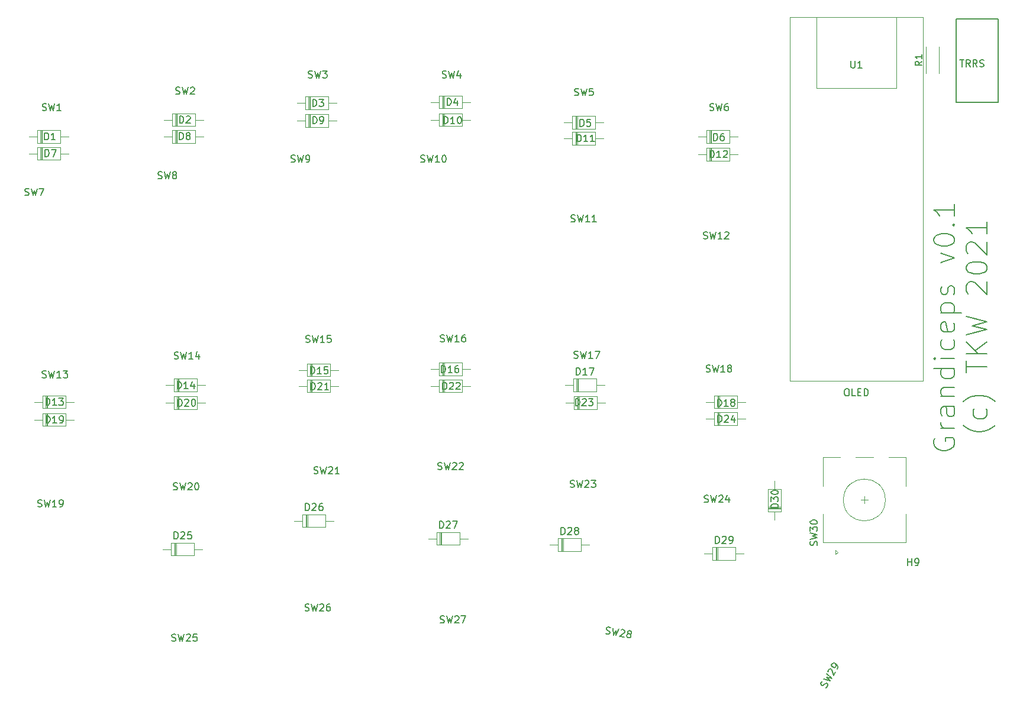
<source format=gbr>
G04 #@! TF.GenerationSoftware,KiCad,Pcbnew,5.1.5+dfsg1-2build2*
G04 #@! TF.CreationDate,2021-01-27T22:51:11+00:00*
G04 #@! TF.ProjectId,left1,6c656674-312e-46b6-9963-61645f706362,rev?*
G04 #@! TF.SameCoordinates,Original*
G04 #@! TF.FileFunction,Legend,Top*
G04 #@! TF.FilePolarity,Positive*
%FSLAX46Y46*%
G04 Gerber Fmt 4.6, Leading zero omitted, Abs format (unit mm)*
G04 Created by KiCad (PCBNEW 5.1.5+dfsg1-2build2) date 2021-01-27 22:51:11*
%MOMM*%
%LPD*%
G04 APERTURE LIST*
%ADD10C,0.150000*%
%ADD11C,0.120000*%
G04 APERTURE END LIST*
D10*
X191323200Y-110365771D02*
X191180342Y-110651485D01*
X191180342Y-111080057D01*
X191323200Y-111508628D01*
X191608914Y-111794342D01*
X191894628Y-111937200D01*
X192466057Y-112080057D01*
X192894628Y-112080057D01*
X193466057Y-111937200D01*
X193751771Y-111794342D01*
X194037485Y-111508628D01*
X194180342Y-111080057D01*
X194180342Y-110794342D01*
X194037485Y-110365771D01*
X193894628Y-110222914D01*
X192894628Y-110222914D01*
X192894628Y-110794342D01*
X194180342Y-108937200D02*
X192180342Y-108937200D01*
X192751771Y-108937200D02*
X192466057Y-108794342D01*
X192323200Y-108651485D01*
X192180342Y-108365771D01*
X192180342Y-108080057D01*
X194180342Y-105794342D02*
X192608914Y-105794342D01*
X192323200Y-105937200D01*
X192180342Y-106222914D01*
X192180342Y-106794342D01*
X192323200Y-107080057D01*
X194037485Y-105794342D02*
X194180342Y-106080057D01*
X194180342Y-106794342D01*
X194037485Y-107080057D01*
X193751771Y-107222914D01*
X193466057Y-107222914D01*
X193180342Y-107080057D01*
X193037485Y-106794342D01*
X193037485Y-106080057D01*
X192894628Y-105794342D01*
X192180342Y-104365771D02*
X194180342Y-104365771D01*
X192466057Y-104365771D02*
X192323200Y-104222914D01*
X192180342Y-103937200D01*
X192180342Y-103508628D01*
X192323200Y-103222914D01*
X192608914Y-103080057D01*
X194180342Y-103080057D01*
X194180342Y-100365771D02*
X191180342Y-100365771D01*
X194037485Y-100365771D02*
X194180342Y-100651485D01*
X194180342Y-101222914D01*
X194037485Y-101508628D01*
X193894628Y-101651485D01*
X193608914Y-101794342D01*
X192751771Y-101794342D01*
X192466057Y-101651485D01*
X192323200Y-101508628D01*
X192180342Y-101222914D01*
X192180342Y-100651485D01*
X192323200Y-100365771D01*
X194180342Y-98937200D02*
X192180342Y-98937200D01*
X191180342Y-98937200D02*
X191323200Y-99080057D01*
X191466057Y-98937200D01*
X191323200Y-98794342D01*
X191180342Y-98937200D01*
X191466057Y-98937200D01*
X194037485Y-96222914D02*
X194180342Y-96508628D01*
X194180342Y-97080057D01*
X194037485Y-97365771D01*
X193894628Y-97508628D01*
X193608914Y-97651485D01*
X192751771Y-97651485D01*
X192466057Y-97508628D01*
X192323200Y-97365771D01*
X192180342Y-97080057D01*
X192180342Y-96508628D01*
X192323200Y-96222914D01*
X194037485Y-93794342D02*
X194180342Y-94080057D01*
X194180342Y-94651485D01*
X194037485Y-94937200D01*
X193751771Y-95080057D01*
X192608914Y-95080057D01*
X192323200Y-94937200D01*
X192180342Y-94651485D01*
X192180342Y-94080057D01*
X192323200Y-93794342D01*
X192608914Y-93651485D01*
X192894628Y-93651485D01*
X193180342Y-95080057D01*
X192180342Y-92365771D02*
X195180342Y-92365771D01*
X192323200Y-92365771D02*
X192180342Y-92080057D01*
X192180342Y-91508628D01*
X192323200Y-91222914D01*
X192466057Y-91080057D01*
X192751771Y-90937200D01*
X193608914Y-90937200D01*
X193894628Y-91080057D01*
X194037485Y-91222914D01*
X194180342Y-91508628D01*
X194180342Y-92080057D01*
X194037485Y-92365771D01*
X194037485Y-89794342D02*
X194180342Y-89508628D01*
X194180342Y-88937200D01*
X194037485Y-88651485D01*
X193751771Y-88508628D01*
X193608914Y-88508628D01*
X193323200Y-88651485D01*
X193180342Y-88937200D01*
X193180342Y-89365771D01*
X193037485Y-89651485D01*
X192751771Y-89794342D01*
X192608914Y-89794342D01*
X192323200Y-89651485D01*
X192180342Y-89365771D01*
X192180342Y-88937200D01*
X192323200Y-88651485D01*
X192180342Y-85222914D02*
X194180342Y-84508628D01*
X192180342Y-83794342D01*
X191180342Y-82080057D02*
X191180342Y-81794342D01*
X191323200Y-81508628D01*
X191466057Y-81365771D01*
X191751771Y-81222914D01*
X192323200Y-81080057D01*
X193037485Y-81080057D01*
X193608914Y-81222914D01*
X193894628Y-81365771D01*
X194037485Y-81508628D01*
X194180342Y-81794342D01*
X194180342Y-82080057D01*
X194037485Y-82365771D01*
X193894628Y-82508628D01*
X193608914Y-82651485D01*
X193037485Y-82794342D01*
X192323200Y-82794342D01*
X191751771Y-82651485D01*
X191466057Y-82508628D01*
X191323200Y-82365771D01*
X191180342Y-82080057D01*
X193894628Y-79794342D02*
X194037485Y-79651485D01*
X194180342Y-79794342D01*
X194037485Y-79937200D01*
X193894628Y-79794342D01*
X194180342Y-79794342D01*
X194180342Y-76794342D02*
X194180342Y-78508628D01*
X194180342Y-77651485D02*
X191180342Y-77651485D01*
X191608914Y-77937200D01*
X191894628Y-78222914D01*
X192037485Y-78508628D01*
X199973200Y-108508628D02*
X199830342Y-108651485D01*
X199401771Y-108937200D01*
X199116057Y-109080057D01*
X198687485Y-109222914D01*
X197973200Y-109365771D01*
X197401771Y-109365771D01*
X196687485Y-109222914D01*
X196258914Y-109080057D01*
X195973200Y-108937200D01*
X195544628Y-108651485D01*
X195401771Y-108508628D01*
X198687485Y-106080057D02*
X198830342Y-106365771D01*
X198830342Y-106937200D01*
X198687485Y-107222914D01*
X198544628Y-107365771D01*
X198258914Y-107508628D01*
X197401771Y-107508628D01*
X197116057Y-107365771D01*
X196973200Y-107222914D01*
X196830342Y-106937200D01*
X196830342Y-106365771D01*
X196973200Y-106080057D01*
X199973200Y-105080057D02*
X199830342Y-104937200D01*
X199401771Y-104651485D01*
X199116057Y-104508628D01*
X198687485Y-104365771D01*
X197973200Y-104222914D01*
X197401771Y-104222914D01*
X196687485Y-104365771D01*
X196258914Y-104508628D01*
X195973200Y-104651485D01*
X195544628Y-104937200D01*
X195401771Y-105080057D01*
X195830342Y-100937200D02*
X195830342Y-99222914D01*
X198830342Y-100080057D02*
X195830342Y-100080057D01*
X198830342Y-98222914D02*
X195830342Y-98222914D01*
X198830342Y-96508628D02*
X197116057Y-97794342D01*
X195830342Y-96508628D02*
X197544628Y-98222914D01*
X195830342Y-95508628D02*
X198830342Y-94794342D01*
X196687485Y-94222914D01*
X198830342Y-93651485D01*
X195830342Y-92937200D01*
X196116057Y-89651485D02*
X195973200Y-89508628D01*
X195830342Y-89222914D01*
X195830342Y-88508628D01*
X195973200Y-88222914D01*
X196116057Y-88080057D01*
X196401771Y-87937200D01*
X196687485Y-87937200D01*
X197116057Y-88080057D01*
X198830342Y-89794342D01*
X198830342Y-87937200D01*
X195830342Y-86080057D02*
X195830342Y-85794342D01*
X195973200Y-85508628D01*
X196116057Y-85365771D01*
X196401771Y-85222914D01*
X196973200Y-85080057D01*
X197687485Y-85080057D01*
X198258914Y-85222914D01*
X198544628Y-85365771D01*
X198687485Y-85508628D01*
X198830342Y-85794342D01*
X198830342Y-86080057D01*
X198687485Y-86365771D01*
X198544628Y-86508628D01*
X198258914Y-86651485D01*
X197687485Y-86794342D01*
X196973200Y-86794342D01*
X196401771Y-86651485D01*
X196116057Y-86508628D01*
X195973200Y-86365771D01*
X195830342Y-86080057D01*
X196116057Y-83937200D02*
X195973200Y-83794342D01*
X195830342Y-83508628D01*
X195830342Y-82794342D01*
X195973200Y-82508628D01*
X196116057Y-82365771D01*
X196401771Y-82222914D01*
X196687485Y-82222914D01*
X197116057Y-82365771D01*
X198830342Y-84080057D01*
X198830342Y-82222914D01*
X198830342Y-79365771D02*
X198830342Y-81080057D01*
X198830342Y-80222914D02*
X195830342Y-80222914D01*
X196258914Y-80508628D01*
X196544628Y-80794342D01*
X196687485Y-81080057D01*
D11*
X191903000Y-58130200D02*
X191903000Y-54290200D01*
X190063000Y-58130200D02*
X190063000Y-54290200D01*
X170586000Y-50012600D02*
X189636000Y-50012600D01*
X189636000Y-50012600D02*
X189636000Y-102082600D01*
X189636000Y-102082600D02*
X170586000Y-102082600D01*
X170586000Y-102082600D02*
X170586000Y-50012600D01*
X174396000Y-50012600D02*
X174396000Y-60172600D01*
X174396000Y-60172600D02*
X185826000Y-60172600D01*
X185826000Y-60172600D02*
X185826000Y-50012600D01*
X101711000Y-63951600D02*
X101711000Y-65791600D01*
X101951000Y-63951600D02*
X101951000Y-65791600D01*
X101831000Y-63951600D02*
X101831000Y-65791600D01*
X105715000Y-64871600D02*
X104535000Y-64871600D01*
X100075000Y-64871600D02*
X101255000Y-64871600D01*
X104535000Y-63951600D02*
X101255000Y-63951600D01*
X104535000Y-65791600D02*
X104535000Y-63951600D01*
X101255000Y-65791600D02*
X104535000Y-65791600D01*
X101255000Y-63951600D02*
X101255000Y-65791600D01*
D10*
X194434000Y-62266600D02*
X194434000Y-50266600D01*
X200434000Y-62266600D02*
X194434000Y-62266600D01*
X200434000Y-50266600D02*
X200434000Y-62266600D01*
X194434000Y-50266600D02*
X200434000Y-50266600D01*
D11*
X184265000Y-119170000D02*
G75*
G03X184265000Y-119170000I-3000000J0D01*
G01*
X175365000Y-117170000D02*
X175365000Y-113070000D01*
X187165000Y-113070000D02*
X187165000Y-117170000D01*
X187165000Y-121170000D02*
X187165000Y-125270000D01*
X175365000Y-121170000D02*
X175365000Y-125270000D01*
X175365000Y-125270000D02*
X187165000Y-125270000D01*
X177465000Y-126670000D02*
X177165000Y-126970000D01*
X177165000Y-126970000D02*
X177165000Y-126370000D01*
X177165000Y-126370000D02*
X177465000Y-126670000D01*
X175365000Y-113070000D02*
X177765000Y-113070000D01*
X179965000Y-113070000D02*
X182565000Y-113070000D01*
X184765000Y-113070000D02*
X187165000Y-113070000D01*
X180765000Y-119170000D02*
X181765000Y-119170000D01*
X181265000Y-119670000D02*
X181265000Y-118670000D01*
X120507000Y-123769000D02*
X120507000Y-125609000D01*
X120747000Y-123769000D02*
X120747000Y-125609000D01*
X120627000Y-123769000D02*
X120627000Y-125609000D01*
X124511000Y-124689000D02*
X123331000Y-124689000D01*
X118871000Y-124689000D02*
X120051000Y-124689000D01*
X123331000Y-123769000D02*
X120051000Y-123769000D01*
X123331000Y-125609000D02*
X123331000Y-123769000D01*
X120051000Y-125609000D02*
X123331000Y-125609000D01*
X120051000Y-123769000D02*
X120051000Y-125609000D01*
X101330000Y-121229000D02*
X101330000Y-123069000D01*
X101570000Y-121229000D02*
X101570000Y-123069000D01*
X101450000Y-121229000D02*
X101450000Y-123069000D01*
X105334000Y-122149000D02*
X104154000Y-122149000D01*
X99694000Y-122149000D02*
X100874000Y-122149000D01*
X104154000Y-121229000D02*
X100874000Y-121229000D01*
X104154000Y-123069000D02*
X104154000Y-121229000D01*
X100874000Y-123069000D02*
X104154000Y-123069000D01*
X100874000Y-121229000D02*
X100874000Y-123069000D01*
X82534000Y-125293000D02*
X82534000Y-127133000D01*
X82774000Y-125293000D02*
X82774000Y-127133000D01*
X82654000Y-125293000D02*
X82654000Y-127133000D01*
X86538000Y-126213000D02*
X85358000Y-126213000D01*
X80898000Y-126213000D02*
X82078000Y-126213000D01*
X85358000Y-125293000D02*
X82078000Y-125293000D01*
X85358000Y-127133000D02*
X85358000Y-125293000D01*
X82078000Y-127133000D02*
X85358000Y-127133000D01*
X82078000Y-125293000D02*
X82078000Y-127133000D01*
X160258000Y-106624000D02*
X160258000Y-108464000D01*
X160498000Y-106624000D02*
X160498000Y-108464000D01*
X160378000Y-106624000D02*
X160378000Y-108464000D01*
X164262000Y-107544000D02*
X163082000Y-107544000D01*
X158622000Y-107544000D02*
X159802000Y-107544000D01*
X163082000Y-106624000D02*
X159802000Y-106624000D01*
X163082000Y-108464000D02*
X163082000Y-106624000D01*
X159802000Y-108464000D02*
X163082000Y-108464000D01*
X159802000Y-106624000D02*
X159802000Y-108464000D01*
X140192000Y-104338000D02*
X140192000Y-106178000D01*
X140432000Y-104338000D02*
X140432000Y-106178000D01*
X140312000Y-104338000D02*
X140312000Y-106178000D01*
X144196000Y-105258000D02*
X143016000Y-105258000D01*
X138556000Y-105258000D02*
X139736000Y-105258000D01*
X143016000Y-104338000D02*
X139736000Y-104338000D01*
X143016000Y-106178000D02*
X143016000Y-104338000D01*
X139736000Y-106178000D02*
X143016000Y-106178000D01*
X139736000Y-104338000D02*
X139736000Y-106178000D01*
X120888000Y-101925000D02*
X120888000Y-103765000D01*
X121128000Y-101925000D02*
X121128000Y-103765000D01*
X121008000Y-101925000D02*
X121008000Y-103765000D01*
X124892000Y-102845000D02*
X123712000Y-102845000D01*
X119252000Y-102845000D02*
X120432000Y-102845000D01*
X123712000Y-101925000D02*
X120432000Y-101925000D01*
X123712000Y-103765000D02*
X123712000Y-101925000D01*
X120432000Y-103765000D02*
X123712000Y-103765000D01*
X120432000Y-101925000D02*
X120432000Y-103765000D01*
X101965000Y-101925000D02*
X101965000Y-103765000D01*
X102205000Y-101925000D02*
X102205000Y-103765000D01*
X102085000Y-101925000D02*
X102085000Y-103765000D01*
X105969000Y-102845000D02*
X104789000Y-102845000D01*
X100329000Y-102845000D02*
X101509000Y-102845000D01*
X104789000Y-101925000D02*
X101509000Y-101925000D01*
X104789000Y-103765000D02*
X104789000Y-101925000D01*
X101509000Y-103765000D02*
X104789000Y-103765000D01*
X101509000Y-101925000D02*
X101509000Y-103765000D01*
X82915000Y-104338000D02*
X82915000Y-106178000D01*
X83155000Y-104338000D02*
X83155000Y-106178000D01*
X83035000Y-104338000D02*
X83035000Y-106178000D01*
X86919000Y-105258000D02*
X85739000Y-105258000D01*
X81279000Y-105258000D02*
X82459000Y-105258000D01*
X85739000Y-104338000D02*
X82459000Y-104338000D01*
X85739000Y-106178000D02*
X85739000Y-104338000D01*
X82459000Y-106178000D02*
X85739000Y-106178000D01*
X82459000Y-104338000D02*
X82459000Y-106178000D01*
X64119000Y-106751000D02*
X64119000Y-108591000D01*
X64359000Y-106751000D02*
X64359000Y-108591000D01*
X64239000Y-106751000D02*
X64239000Y-108591000D01*
X68123000Y-107671000D02*
X66943000Y-107671000D01*
X62483000Y-107671000D02*
X63663000Y-107671000D01*
X66943000Y-106751000D02*
X63663000Y-106751000D01*
X66943000Y-108591000D02*
X66943000Y-106751000D01*
X63663000Y-108591000D02*
X66943000Y-108591000D01*
X63663000Y-106751000D02*
X63663000Y-108591000D01*
X160258000Y-104211000D02*
X160258000Y-106051000D01*
X160498000Y-104211000D02*
X160498000Y-106051000D01*
X160378000Y-104211000D02*
X160378000Y-106051000D01*
X164262000Y-105131000D02*
X163082000Y-105131000D01*
X158622000Y-105131000D02*
X159802000Y-105131000D01*
X163082000Y-104211000D02*
X159802000Y-104211000D01*
X163082000Y-106051000D02*
X163082000Y-104211000D01*
X159802000Y-106051000D02*
X163082000Y-106051000D01*
X159802000Y-104211000D02*
X159802000Y-106051000D01*
X140065000Y-101798000D02*
X140065000Y-103638000D01*
X140305000Y-101798000D02*
X140305000Y-103638000D01*
X140185000Y-101798000D02*
X140185000Y-103638000D01*
X144069000Y-102718000D02*
X142889000Y-102718000D01*
X138429000Y-102718000D02*
X139609000Y-102718000D01*
X142889000Y-101798000D02*
X139609000Y-101798000D01*
X142889000Y-103638000D02*
X142889000Y-101798000D01*
X139609000Y-103638000D02*
X142889000Y-103638000D01*
X139609000Y-101798000D02*
X139609000Y-103638000D01*
X120888000Y-99512000D02*
X120888000Y-101352000D01*
X121128000Y-99512000D02*
X121128000Y-101352000D01*
X121008000Y-99512000D02*
X121008000Y-101352000D01*
X124892000Y-100432000D02*
X123712000Y-100432000D01*
X119252000Y-100432000D02*
X120432000Y-100432000D01*
X123712000Y-99512000D02*
X120432000Y-99512000D01*
X123712000Y-101352000D02*
X123712000Y-99512000D01*
X120432000Y-101352000D02*
X123712000Y-101352000D01*
X120432000Y-99512000D02*
X120432000Y-101352000D01*
X101965000Y-99639000D02*
X101965000Y-101479000D01*
X102205000Y-99639000D02*
X102205000Y-101479000D01*
X102085000Y-99639000D02*
X102085000Y-101479000D01*
X105969000Y-100559000D02*
X104789000Y-100559000D01*
X100329000Y-100559000D02*
X101509000Y-100559000D01*
X104789000Y-99639000D02*
X101509000Y-99639000D01*
X104789000Y-101479000D02*
X104789000Y-99639000D01*
X101509000Y-101479000D02*
X104789000Y-101479000D01*
X101509000Y-99639000D02*
X101509000Y-101479000D01*
X82915000Y-101798000D02*
X82915000Y-103638000D01*
X83155000Y-101798000D02*
X83155000Y-103638000D01*
X83035000Y-101798000D02*
X83035000Y-103638000D01*
X86919000Y-102718000D02*
X85739000Y-102718000D01*
X81279000Y-102718000D02*
X82459000Y-102718000D01*
X85739000Y-101798000D02*
X82459000Y-101798000D01*
X85739000Y-103638000D02*
X85739000Y-101798000D01*
X82459000Y-103638000D02*
X85739000Y-103638000D01*
X82459000Y-101798000D02*
X82459000Y-103638000D01*
X64119000Y-104211000D02*
X64119000Y-106051000D01*
X64359000Y-104211000D02*
X64359000Y-106051000D01*
X64239000Y-104211000D02*
X64239000Y-106051000D01*
X68123000Y-105131000D02*
X66943000Y-105131000D01*
X62483000Y-105131000D02*
X63663000Y-105131000D01*
X66943000Y-104211000D02*
X63663000Y-104211000D01*
X66943000Y-106051000D02*
X66943000Y-104211000D01*
X63663000Y-106051000D02*
X66943000Y-106051000D01*
X63663000Y-104211000D02*
X63663000Y-106051000D01*
X159115000Y-68777600D02*
X159115000Y-70617600D01*
X159355000Y-68777600D02*
X159355000Y-70617600D01*
X159235000Y-68777600D02*
X159235000Y-70617600D01*
X163119000Y-69697600D02*
X161939000Y-69697600D01*
X157479000Y-69697600D02*
X158659000Y-69697600D01*
X161939000Y-68777600D02*
X158659000Y-68777600D01*
X161939000Y-70617600D02*
X161939000Y-68777600D01*
X158659000Y-70617600D02*
X161939000Y-70617600D01*
X158659000Y-68777600D02*
X158659000Y-70617600D01*
X139938000Y-66491600D02*
X139938000Y-68331600D01*
X140178000Y-66491600D02*
X140178000Y-68331600D01*
X140058000Y-66491600D02*
X140058000Y-68331600D01*
X143942000Y-67411600D02*
X142762000Y-67411600D01*
X138302000Y-67411600D02*
X139482000Y-67411600D01*
X142762000Y-66491600D02*
X139482000Y-66491600D01*
X142762000Y-68331600D02*
X142762000Y-66491600D01*
X139482000Y-68331600D02*
X142762000Y-68331600D01*
X139482000Y-66491600D02*
X139482000Y-68331600D01*
X120888000Y-63824600D02*
X120888000Y-65664600D01*
X121128000Y-63824600D02*
X121128000Y-65664600D01*
X121008000Y-63824600D02*
X121008000Y-65664600D01*
X124892000Y-64744600D02*
X123712000Y-64744600D01*
X119252000Y-64744600D02*
X120432000Y-64744600D01*
X123712000Y-63824600D02*
X120432000Y-63824600D01*
X123712000Y-65664600D02*
X123712000Y-63824600D01*
X120432000Y-65664600D02*
X123712000Y-65664600D01*
X120432000Y-63824600D02*
X120432000Y-65664600D01*
X82661000Y-66237600D02*
X82661000Y-68077600D01*
X82901000Y-66237600D02*
X82901000Y-68077600D01*
X82781000Y-66237600D02*
X82781000Y-68077600D01*
X86665000Y-67157600D02*
X85485000Y-67157600D01*
X81025000Y-67157600D02*
X82205000Y-67157600D01*
X85485000Y-66237600D02*
X82205000Y-66237600D01*
X85485000Y-68077600D02*
X85485000Y-66237600D01*
X82205000Y-68077600D02*
X85485000Y-68077600D01*
X82205000Y-66237600D02*
X82205000Y-68077600D01*
X63357000Y-68650600D02*
X63357000Y-70490600D01*
X63597000Y-68650600D02*
X63597000Y-70490600D01*
X63477000Y-68650600D02*
X63477000Y-70490600D01*
X67361000Y-69570600D02*
X66181000Y-69570600D01*
X61721000Y-69570600D02*
X62901000Y-69570600D01*
X66181000Y-68650600D02*
X62901000Y-68650600D01*
X66181000Y-70490600D02*
X66181000Y-68650600D01*
X62901000Y-70490600D02*
X66181000Y-70490600D01*
X62901000Y-68650600D02*
X62901000Y-70490600D01*
X167507000Y-120412000D02*
X169347000Y-120412000D01*
X167507000Y-120172000D02*
X169347000Y-120172000D01*
X167507000Y-120292000D02*
X169347000Y-120292000D01*
X168427000Y-116408000D02*
X168427000Y-117588000D01*
X168427000Y-122048000D02*
X168427000Y-120868000D01*
X167507000Y-117588000D02*
X167507000Y-120868000D01*
X169347000Y-117588000D02*
X167507000Y-117588000D01*
X169347000Y-120868000D02*
X169347000Y-117588000D01*
X167507000Y-120868000D02*
X169347000Y-120868000D01*
X160004000Y-125928000D02*
X160004000Y-127768000D01*
X160244000Y-125928000D02*
X160244000Y-127768000D01*
X160124000Y-125928000D02*
X160124000Y-127768000D01*
X164008000Y-126848000D02*
X162828000Y-126848000D01*
X158368000Y-126848000D02*
X159548000Y-126848000D01*
X162828000Y-125928000D02*
X159548000Y-125928000D01*
X162828000Y-127768000D02*
X162828000Y-125928000D01*
X159548000Y-127768000D02*
X162828000Y-127768000D01*
X159548000Y-125928000D02*
X159548000Y-127768000D01*
X137906000Y-124658000D02*
X137906000Y-126498000D01*
X138146000Y-124658000D02*
X138146000Y-126498000D01*
X138026000Y-124658000D02*
X138026000Y-126498000D01*
X141910000Y-125578000D02*
X140730000Y-125578000D01*
X136270000Y-125578000D02*
X137450000Y-125578000D01*
X140730000Y-124658000D02*
X137450000Y-124658000D01*
X140730000Y-126498000D02*
X140730000Y-124658000D01*
X137450000Y-126498000D02*
X140730000Y-126498000D01*
X137450000Y-124658000D02*
X137450000Y-126498000D01*
X159115000Y-66237600D02*
X159115000Y-68077600D01*
X159355000Y-66237600D02*
X159355000Y-68077600D01*
X159235000Y-66237600D02*
X159235000Y-68077600D01*
X163119000Y-67157600D02*
X161939000Y-67157600D01*
X157479000Y-67157600D02*
X158659000Y-67157600D01*
X161939000Y-66237600D02*
X158659000Y-66237600D01*
X161939000Y-68077600D02*
X161939000Y-66237600D01*
X158659000Y-68077600D02*
X161939000Y-68077600D01*
X158659000Y-66237600D02*
X158659000Y-68077600D01*
X139938000Y-64205600D02*
X139938000Y-66045600D01*
X140178000Y-64205600D02*
X140178000Y-66045600D01*
X140058000Y-64205600D02*
X140058000Y-66045600D01*
X143942000Y-65125600D02*
X142762000Y-65125600D01*
X138302000Y-65125600D02*
X139482000Y-65125600D01*
X142762000Y-64205600D02*
X139482000Y-64205600D01*
X142762000Y-66045600D02*
X142762000Y-64205600D01*
X139482000Y-66045600D02*
X142762000Y-66045600D01*
X139482000Y-64205600D02*
X139482000Y-66045600D01*
X120888000Y-61284600D02*
X120888000Y-63124600D01*
X121128000Y-61284600D02*
X121128000Y-63124600D01*
X121008000Y-61284600D02*
X121008000Y-63124600D01*
X124892000Y-62204600D02*
X123712000Y-62204600D01*
X119252000Y-62204600D02*
X120432000Y-62204600D01*
X123712000Y-61284600D02*
X120432000Y-61284600D01*
X123712000Y-63124600D02*
X123712000Y-61284600D01*
X120432000Y-63124600D02*
X123712000Y-63124600D01*
X120432000Y-61284600D02*
X120432000Y-63124600D01*
X101711000Y-61411600D02*
X101711000Y-63251600D01*
X101951000Y-61411600D02*
X101951000Y-63251600D01*
X101831000Y-61411600D02*
X101831000Y-63251600D01*
X105715000Y-62331600D02*
X104535000Y-62331600D01*
X100075000Y-62331600D02*
X101255000Y-62331600D01*
X104535000Y-61411600D02*
X101255000Y-61411600D01*
X104535000Y-63251600D02*
X104535000Y-61411600D01*
X101255000Y-63251600D02*
X104535000Y-63251600D01*
X101255000Y-61411600D02*
X101255000Y-63251600D01*
X82661000Y-63824600D02*
X82661000Y-65664600D01*
X82901000Y-63824600D02*
X82901000Y-65664600D01*
X82781000Y-63824600D02*
X82781000Y-65664600D01*
X86665000Y-64744600D02*
X85485000Y-64744600D01*
X81025000Y-64744600D02*
X82205000Y-64744600D01*
X85485000Y-63824600D02*
X82205000Y-63824600D01*
X85485000Y-65664600D02*
X85485000Y-63824600D01*
X82205000Y-65664600D02*
X85485000Y-65664600D01*
X82205000Y-63824600D02*
X82205000Y-65664600D01*
X63357000Y-66237600D02*
X63357000Y-68077600D01*
X63597000Y-66237600D02*
X63597000Y-68077600D01*
X63477000Y-66237600D02*
X63477000Y-68077600D01*
X67361000Y-67157600D02*
X66181000Y-67157600D01*
X61721000Y-67157600D02*
X62901000Y-67157600D01*
X66181000Y-66237600D02*
X62901000Y-66237600D01*
X66181000Y-68077600D02*
X66181000Y-66237600D01*
X62901000Y-68077600D02*
X66181000Y-68077600D01*
X62901000Y-66237600D02*
X62901000Y-68077600D01*
D10*
X189515380Y-56376866D02*
X189039190Y-56710200D01*
X189515380Y-56948295D02*
X188515380Y-56948295D01*
X188515380Y-56567342D01*
X188563000Y-56472104D01*
X188610619Y-56424485D01*
X188705857Y-56376866D01*
X188848714Y-56376866D01*
X188943952Y-56424485D01*
X188991571Y-56472104D01*
X189039190Y-56567342D01*
X189039190Y-56948295D01*
X189515380Y-55424485D02*
X189515380Y-55995914D01*
X189515380Y-55710200D02*
X188515380Y-55710200D01*
X188658238Y-55805438D01*
X188753476Y-55900676D01*
X188801095Y-55995914D01*
X179349095Y-56314980D02*
X179349095Y-57124504D01*
X179396714Y-57219742D01*
X179444333Y-57267361D01*
X179539571Y-57314980D01*
X179730047Y-57314980D01*
X179825285Y-57267361D01*
X179872904Y-57219742D01*
X179920523Y-57124504D01*
X179920523Y-56314980D01*
X180920523Y-57314980D02*
X180349095Y-57314980D01*
X180634809Y-57314980D02*
X180634809Y-56314980D01*
X180539571Y-56457838D01*
X180444333Y-56553076D01*
X180349095Y-56600695D01*
X102360504Y-65298580D02*
X102360504Y-64298580D01*
X102598600Y-64298580D01*
X102741457Y-64346200D01*
X102836695Y-64441438D01*
X102884314Y-64536676D01*
X102931933Y-64727152D01*
X102931933Y-64870009D01*
X102884314Y-65060485D01*
X102836695Y-65155723D01*
X102741457Y-65250961D01*
X102598600Y-65298580D01*
X102360504Y-65298580D01*
X103408123Y-65298580D02*
X103598600Y-65298580D01*
X103693838Y-65250961D01*
X103741457Y-65203342D01*
X103836695Y-65060485D01*
X103884314Y-64870009D01*
X103884314Y-64489057D01*
X103836695Y-64393819D01*
X103789076Y-64346200D01*
X103693838Y-64298580D01*
X103503361Y-64298580D01*
X103408123Y-64346200D01*
X103360504Y-64393819D01*
X103312885Y-64489057D01*
X103312885Y-64727152D01*
X103360504Y-64822390D01*
X103408123Y-64870009D01*
X103503361Y-64917628D01*
X103693838Y-64917628D01*
X103789076Y-64870009D01*
X103836695Y-64822390D01*
X103884314Y-64727152D01*
X178658619Y-103261380D02*
X178849095Y-103261380D01*
X178944333Y-103309000D01*
X179039571Y-103404238D01*
X179087190Y-103594714D01*
X179087190Y-103928047D01*
X179039571Y-104118523D01*
X178944333Y-104213761D01*
X178849095Y-104261380D01*
X178658619Y-104261380D01*
X178563380Y-104213761D01*
X178468142Y-104118523D01*
X178420523Y-103928047D01*
X178420523Y-103594714D01*
X178468142Y-103404238D01*
X178563380Y-103309000D01*
X178658619Y-103261380D01*
X179991952Y-104261380D02*
X179515761Y-104261380D01*
X179515761Y-103261380D01*
X180325285Y-103737571D02*
X180658619Y-103737571D01*
X180801476Y-104261380D02*
X180325285Y-104261380D01*
X180325285Y-103261380D01*
X180801476Y-103261380D01*
X181230047Y-104261380D02*
X181230047Y-103261380D01*
X181468142Y-103261380D01*
X181611000Y-103309000D01*
X181706238Y-103404238D01*
X181753857Y-103499476D01*
X181801476Y-103689952D01*
X181801476Y-103832809D01*
X181753857Y-104023285D01*
X181706238Y-104118523D01*
X181611000Y-104213761D01*
X181468142Y-104261380D01*
X181230047Y-104261380D01*
X194922095Y-56168980D02*
X195493523Y-56168980D01*
X195207809Y-57168980D02*
X195207809Y-56168980D01*
X196398285Y-57168980D02*
X196064952Y-56692790D01*
X195826857Y-57168980D02*
X195826857Y-56168980D01*
X196207809Y-56168980D01*
X196303047Y-56216600D01*
X196350666Y-56264219D01*
X196398285Y-56359457D01*
X196398285Y-56502314D01*
X196350666Y-56597552D01*
X196303047Y-56645171D01*
X196207809Y-56692790D01*
X195826857Y-56692790D01*
X197398285Y-57168980D02*
X197064952Y-56692790D01*
X196826857Y-57168980D02*
X196826857Y-56168980D01*
X197207809Y-56168980D01*
X197303047Y-56216600D01*
X197350666Y-56264219D01*
X197398285Y-56359457D01*
X197398285Y-56502314D01*
X197350666Y-56597552D01*
X197303047Y-56645171D01*
X197207809Y-56692790D01*
X196826857Y-56692790D01*
X197779238Y-57121361D02*
X197922095Y-57168980D01*
X198160190Y-57168980D01*
X198255428Y-57121361D01*
X198303047Y-57073742D01*
X198350666Y-56978504D01*
X198350666Y-56883266D01*
X198303047Y-56788028D01*
X198255428Y-56740409D01*
X198160190Y-56692790D01*
X197969714Y-56645171D01*
X197874476Y-56597552D01*
X197826857Y-56549933D01*
X197779238Y-56454695D01*
X197779238Y-56359457D01*
X197826857Y-56264219D01*
X197874476Y-56216600D01*
X197969714Y-56168980D01*
X198207809Y-56168980D01*
X198350666Y-56216600D01*
X175772572Y-146041474D02*
X175885240Y-145941566D01*
X176004287Y-145735369D01*
X176010667Y-145629081D01*
X175993237Y-145564032D01*
X175934568Y-145475174D01*
X175852089Y-145427555D01*
X175745801Y-145421175D01*
X175680752Y-145438605D01*
X175591894Y-145497274D01*
X175455417Y-145638422D01*
X175366558Y-145697091D01*
X175301510Y-145714520D01*
X175195221Y-145708141D01*
X175112743Y-145660522D01*
X175054074Y-145571663D01*
X175036644Y-145506614D01*
X175043024Y-145400326D01*
X175162071Y-145194130D01*
X175274739Y-145094221D01*
X175400167Y-144781737D02*
X176385240Y-145075540D01*
X175861888Y-144553440D01*
X176575716Y-144745626D01*
X175828738Y-144039429D01*
X176077883Y-143798373D02*
X176060453Y-143733324D01*
X176066833Y-143627036D01*
X176185881Y-143420840D01*
X176274739Y-143362171D01*
X176339788Y-143344741D01*
X176446076Y-143351121D01*
X176528555Y-143398740D01*
X176628463Y-143511408D01*
X176837621Y-144291993D01*
X177147144Y-143755882D01*
X177385240Y-143343489D02*
X177480478Y-143178532D01*
X177486857Y-143072244D01*
X177469428Y-143007195D01*
X177393329Y-142853288D01*
X177252181Y-142716811D01*
X176922267Y-142526334D01*
X176815978Y-142519955D01*
X176750930Y-142537385D01*
X176662071Y-142596054D01*
X176566833Y-142761011D01*
X176560453Y-142867299D01*
X176577883Y-142932348D01*
X176636552Y-143021206D01*
X176842749Y-143140254D01*
X176949037Y-143146634D01*
X177014086Y-143129204D01*
X177102944Y-143070535D01*
X177198182Y-142905577D01*
X177204562Y-142799289D01*
X177187132Y-142734240D01*
X177128463Y-142645382D01*
X144248480Y-138260392D02*
X144380898Y-138332094D01*
X144615376Y-138373439D01*
X144717436Y-138343081D01*
X144772601Y-138304455D01*
X144836034Y-138218932D01*
X144852572Y-138125141D01*
X144822215Y-138023081D01*
X144783588Y-137967916D01*
X144698066Y-137904483D01*
X144518752Y-137824511D01*
X144433230Y-137761078D01*
X144394603Y-137705913D01*
X144364246Y-137603853D01*
X144380784Y-137510062D01*
X144444217Y-137424540D01*
X144499382Y-137385913D01*
X144601442Y-137355555D01*
X144835920Y-137396900D01*
X144968338Y-137468603D01*
X145304876Y-137479590D02*
X145365706Y-138505742D01*
X145677323Y-137835384D01*
X145740871Y-138571894D01*
X146148997Y-137628431D01*
X146460728Y-137780105D02*
X146515893Y-137741478D01*
X146617953Y-137711121D01*
X146852431Y-137752465D01*
X146937953Y-137815899D01*
X146976580Y-137871064D01*
X147006938Y-137973124D01*
X146990400Y-138066915D01*
X146918697Y-138199333D01*
X146256722Y-138662853D01*
X146866365Y-138770349D01*
X147528340Y-138306829D02*
X147442818Y-138243396D01*
X147404191Y-138188231D01*
X147373834Y-138086171D01*
X147382102Y-138039275D01*
X147445536Y-137953753D01*
X147500701Y-137915127D01*
X147602761Y-137884769D01*
X147790343Y-137917845D01*
X147875865Y-137981278D01*
X147914492Y-138036443D01*
X147944850Y-138138503D01*
X147936581Y-138185399D01*
X147873147Y-138270921D01*
X147817983Y-138309547D01*
X147715923Y-138339905D01*
X147528340Y-138306829D01*
X147426280Y-138337187D01*
X147371115Y-138375814D01*
X147307682Y-138461336D01*
X147274606Y-138648918D01*
X147304964Y-138750978D01*
X147343590Y-138806143D01*
X147429113Y-138869577D01*
X147616695Y-138902652D01*
X147718755Y-138872295D01*
X147773920Y-138833668D01*
X147837353Y-138748146D01*
X147870429Y-138560563D01*
X147840071Y-138458503D01*
X147801445Y-138403339D01*
X147715923Y-138339905D01*
X120567676Y-136726561D02*
X120710533Y-136774180D01*
X120948628Y-136774180D01*
X121043866Y-136726561D01*
X121091485Y-136678942D01*
X121139104Y-136583704D01*
X121139104Y-136488466D01*
X121091485Y-136393228D01*
X121043866Y-136345609D01*
X120948628Y-136297990D01*
X120758152Y-136250371D01*
X120662914Y-136202752D01*
X120615295Y-136155133D01*
X120567676Y-136059895D01*
X120567676Y-135964657D01*
X120615295Y-135869419D01*
X120662914Y-135821800D01*
X120758152Y-135774180D01*
X120996247Y-135774180D01*
X121139104Y-135821800D01*
X121472438Y-135774180D02*
X121710533Y-136774180D01*
X121901009Y-136059895D01*
X122091485Y-136774180D01*
X122329580Y-135774180D01*
X122662914Y-135869419D02*
X122710533Y-135821800D01*
X122805771Y-135774180D01*
X123043866Y-135774180D01*
X123139104Y-135821800D01*
X123186723Y-135869419D01*
X123234342Y-135964657D01*
X123234342Y-136059895D01*
X123186723Y-136202752D01*
X122615295Y-136774180D01*
X123234342Y-136774180D01*
X123567676Y-135774180D02*
X124234342Y-135774180D01*
X123805771Y-136774180D01*
X101238276Y-134999361D02*
X101381133Y-135046980D01*
X101619228Y-135046980D01*
X101714466Y-134999361D01*
X101762085Y-134951742D01*
X101809704Y-134856504D01*
X101809704Y-134761266D01*
X101762085Y-134666028D01*
X101714466Y-134618409D01*
X101619228Y-134570790D01*
X101428752Y-134523171D01*
X101333514Y-134475552D01*
X101285895Y-134427933D01*
X101238276Y-134332695D01*
X101238276Y-134237457D01*
X101285895Y-134142219D01*
X101333514Y-134094600D01*
X101428752Y-134046980D01*
X101666847Y-134046980D01*
X101809704Y-134094600D01*
X102143038Y-134046980D02*
X102381133Y-135046980D01*
X102571609Y-134332695D01*
X102762085Y-135046980D01*
X103000180Y-134046980D01*
X103333514Y-134142219D02*
X103381133Y-134094600D01*
X103476371Y-134046980D01*
X103714466Y-134046980D01*
X103809704Y-134094600D01*
X103857323Y-134142219D01*
X103904942Y-134237457D01*
X103904942Y-134332695D01*
X103857323Y-134475552D01*
X103285895Y-135046980D01*
X103904942Y-135046980D01*
X104762085Y-134046980D02*
X104571609Y-134046980D01*
X104476371Y-134094600D01*
X104428752Y-134142219D01*
X104333514Y-134285076D01*
X104285895Y-134475552D01*
X104285895Y-134856504D01*
X104333514Y-134951742D01*
X104381133Y-134999361D01*
X104476371Y-135046980D01*
X104666847Y-135046980D01*
X104762085Y-134999361D01*
X104809704Y-134951742D01*
X104857323Y-134856504D01*
X104857323Y-134618409D01*
X104809704Y-134523171D01*
X104762085Y-134475552D01*
X104666847Y-134427933D01*
X104476371Y-134427933D01*
X104381133Y-134475552D01*
X104333514Y-134523171D01*
X104285895Y-134618409D01*
X82162876Y-139317361D02*
X82305733Y-139364980D01*
X82543828Y-139364980D01*
X82639066Y-139317361D01*
X82686685Y-139269742D01*
X82734304Y-139174504D01*
X82734304Y-139079266D01*
X82686685Y-138984028D01*
X82639066Y-138936409D01*
X82543828Y-138888790D01*
X82353352Y-138841171D01*
X82258114Y-138793552D01*
X82210495Y-138745933D01*
X82162876Y-138650695D01*
X82162876Y-138555457D01*
X82210495Y-138460219D01*
X82258114Y-138412600D01*
X82353352Y-138364980D01*
X82591447Y-138364980D01*
X82734304Y-138412600D01*
X83067638Y-138364980D02*
X83305733Y-139364980D01*
X83496209Y-138650695D01*
X83686685Y-139364980D01*
X83924780Y-138364980D01*
X84258114Y-138460219D02*
X84305733Y-138412600D01*
X84400971Y-138364980D01*
X84639066Y-138364980D01*
X84734304Y-138412600D01*
X84781923Y-138460219D01*
X84829542Y-138555457D01*
X84829542Y-138650695D01*
X84781923Y-138793552D01*
X84210495Y-139364980D01*
X84829542Y-139364980D01*
X85734304Y-138364980D02*
X85258114Y-138364980D01*
X85210495Y-138841171D01*
X85258114Y-138793552D01*
X85353352Y-138745933D01*
X85591447Y-138745933D01*
X85686685Y-138793552D01*
X85734304Y-138841171D01*
X85781923Y-138936409D01*
X85781923Y-139174504D01*
X85734304Y-139269742D01*
X85686685Y-139317361D01*
X85591447Y-139364980D01*
X85353352Y-139364980D01*
X85258114Y-139317361D01*
X85210495Y-139269742D01*
X158362876Y-119454561D02*
X158505733Y-119502180D01*
X158743828Y-119502180D01*
X158839066Y-119454561D01*
X158886685Y-119406942D01*
X158934304Y-119311704D01*
X158934304Y-119216466D01*
X158886685Y-119121228D01*
X158839066Y-119073609D01*
X158743828Y-119025990D01*
X158553352Y-118978371D01*
X158458114Y-118930752D01*
X158410495Y-118883133D01*
X158362876Y-118787895D01*
X158362876Y-118692657D01*
X158410495Y-118597419D01*
X158458114Y-118549800D01*
X158553352Y-118502180D01*
X158791447Y-118502180D01*
X158934304Y-118549800D01*
X159267638Y-118502180D02*
X159505733Y-119502180D01*
X159696209Y-118787895D01*
X159886685Y-119502180D01*
X160124780Y-118502180D01*
X160458114Y-118597419D02*
X160505733Y-118549800D01*
X160600971Y-118502180D01*
X160839066Y-118502180D01*
X160934304Y-118549800D01*
X160981923Y-118597419D01*
X161029542Y-118692657D01*
X161029542Y-118787895D01*
X160981923Y-118930752D01*
X160410495Y-119502180D01*
X161029542Y-119502180D01*
X161886685Y-118835514D02*
X161886685Y-119502180D01*
X161648590Y-118454561D02*
X161410495Y-119168847D01*
X162029542Y-119168847D01*
X139185876Y-117320961D02*
X139328733Y-117368580D01*
X139566828Y-117368580D01*
X139662066Y-117320961D01*
X139709685Y-117273342D01*
X139757304Y-117178104D01*
X139757304Y-117082866D01*
X139709685Y-116987628D01*
X139662066Y-116940009D01*
X139566828Y-116892390D01*
X139376352Y-116844771D01*
X139281114Y-116797152D01*
X139233495Y-116749533D01*
X139185876Y-116654295D01*
X139185876Y-116559057D01*
X139233495Y-116463819D01*
X139281114Y-116416200D01*
X139376352Y-116368580D01*
X139614447Y-116368580D01*
X139757304Y-116416200D01*
X140090638Y-116368580D02*
X140328733Y-117368580D01*
X140519209Y-116654295D01*
X140709685Y-117368580D01*
X140947780Y-116368580D01*
X141281114Y-116463819D02*
X141328733Y-116416200D01*
X141423971Y-116368580D01*
X141662066Y-116368580D01*
X141757304Y-116416200D01*
X141804923Y-116463819D01*
X141852542Y-116559057D01*
X141852542Y-116654295D01*
X141804923Y-116797152D01*
X141233495Y-117368580D01*
X141852542Y-117368580D01*
X142185876Y-116368580D02*
X142804923Y-116368580D01*
X142471590Y-116749533D01*
X142614447Y-116749533D01*
X142709685Y-116797152D01*
X142757304Y-116844771D01*
X142804923Y-116940009D01*
X142804923Y-117178104D01*
X142757304Y-117273342D01*
X142709685Y-117320961D01*
X142614447Y-117368580D01*
X142328733Y-117368580D01*
X142233495Y-117320961D01*
X142185876Y-117273342D01*
X120237476Y-114780961D02*
X120380333Y-114828580D01*
X120618428Y-114828580D01*
X120713666Y-114780961D01*
X120761285Y-114733342D01*
X120808904Y-114638104D01*
X120808904Y-114542866D01*
X120761285Y-114447628D01*
X120713666Y-114400009D01*
X120618428Y-114352390D01*
X120427952Y-114304771D01*
X120332714Y-114257152D01*
X120285095Y-114209533D01*
X120237476Y-114114295D01*
X120237476Y-114019057D01*
X120285095Y-113923819D01*
X120332714Y-113876200D01*
X120427952Y-113828580D01*
X120666047Y-113828580D01*
X120808904Y-113876200D01*
X121142238Y-113828580D02*
X121380333Y-114828580D01*
X121570809Y-114114295D01*
X121761285Y-114828580D01*
X121999380Y-113828580D01*
X122332714Y-113923819D02*
X122380333Y-113876200D01*
X122475571Y-113828580D01*
X122713666Y-113828580D01*
X122808904Y-113876200D01*
X122856523Y-113923819D01*
X122904142Y-114019057D01*
X122904142Y-114114295D01*
X122856523Y-114257152D01*
X122285095Y-114828580D01*
X122904142Y-114828580D01*
X123285095Y-113923819D02*
X123332714Y-113876200D01*
X123427952Y-113828580D01*
X123666047Y-113828580D01*
X123761285Y-113876200D01*
X123808904Y-113923819D01*
X123856523Y-114019057D01*
X123856523Y-114114295D01*
X123808904Y-114257152D01*
X123237476Y-114828580D01*
X123856523Y-114828580D01*
X102508276Y-115365161D02*
X102651133Y-115412780D01*
X102889228Y-115412780D01*
X102984466Y-115365161D01*
X103032085Y-115317542D01*
X103079704Y-115222304D01*
X103079704Y-115127066D01*
X103032085Y-115031828D01*
X102984466Y-114984209D01*
X102889228Y-114936590D01*
X102698752Y-114888971D01*
X102603514Y-114841352D01*
X102555895Y-114793733D01*
X102508276Y-114698495D01*
X102508276Y-114603257D01*
X102555895Y-114508019D01*
X102603514Y-114460400D01*
X102698752Y-114412780D01*
X102936847Y-114412780D01*
X103079704Y-114460400D01*
X103413038Y-114412780D02*
X103651133Y-115412780D01*
X103841609Y-114698495D01*
X104032085Y-115412780D01*
X104270180Y-114412780D01*
X104603514Y-114508019D02*
X104651133Y-114460400D01*
X104746371Y-114412780D01*
X104984466Y-114412780D01*
X105079704Y-114460400D01*
X105127323Y-114508019D01*
X105174942Y-114603257D01*
X105174942Y-114698495D01*
X105127323Y-114841352D01*
X104555895Y-115412780D01*
X105174942Y-115412780D01*
X106127323Y-115412780D02*
X105555895Y-115412780D01*
X105841609Y-115412780D02*
X105841609Y-114412780D01*
X105746371Y-114555638D01*
X105651133Y-114650876D01*
X105555895Y-114698495D01*
X82391476Y-117676561D02*
X82534333Y-117724180D01*
X82772428Y-117724180D01*
X82867666Y-117676561D01*
X82915285Y-117628942D01*
X82962904Y-117533704D01*
X82962904Y-117438466D01*
X82915285Y-117343228D01*
X82867666Y-117295609D01*
X82772428Y-117247990D01*
X82581952Y-117200371D01*
X82486714Y-117152752D01*
X82439095Y-117105133D01*
X82391476Y-117009895D01*
X82391476Y-116914657D01*
X82439095Y-116819419D01*
X82486714Y-116771800D01*
X82581952Y-116724180D01*
X82820047Y-116724180D01*
X82962904Y-116771800D01*
X83296238Y-116724180D02*
X83534333Y-117724180D01*
X83724809Y-117009895D01*
X83915285Y-117724180D01*
X84153380Y-116724180D01*
X84486714Y-116819419D02*
X84534333Y-116771800D01*
X84629571Y-116724180D01*
X84867666Y-116724180D01*
X84962904Y-116771800D01*
X85010523Y-116819419D01*
X85058142Y-116914657D01*
X85058142Y-117009895D01*
X85010523Y-117152752D01*
X84439095Y-117724180D01*
X85058142Y-117724180D01*
X85677190Y-116724180D02*
X85772428Y-116724180D01*
X85867666Y-116771800D01*
X85915285Y-116819419D01*
X85962904Y-116914657D01*
X86010523Y-117105133D01*
X86010523Y-117343228D01*
X85962904Y-117533704D01*
X85915285Y-117628942D01*
X85867666Y-117676561D01*
X85772428Y-117724180D01*
X85677190Y-117724180D01*
X85581952Y-117676561D01*
X85534333Y-117628942D01*
X85486714Y-117533704D01*
X85439095Y-117343228D01*
X85439095Y-117105133D01*
X85486714Y-116914657D01*
X85534333Y-116819419D01*
X85581952Y-116771800D01*
X85677190Y-116724180D01*
X62985876Y-120114961D02*
X63128733Y-120162580D01*
X63366828Y-120162580D01*
X63462066Y-120114961D01*
X63509685Y-120067342D01*
X63557304Y-119972104D01*
X63557304Y-119876866D01*
X63509685Y-119781628D01*
X63462066Y-119734009D01*
X63366828Y-119686390D01*
X63176352Y-119638771D01*
X63081114Y-119591152D01*
X63033495Y-119543533D01*
X62985876Y-119448295D01*
X62985876Y-119353057D01*
X63033495Y-119257819D01*
X63081114Y-119210200D01*
X63176352Y-119162580D01*
X63414447Y-119162580D01*
X63557304Y-119210200D01*
X63890638Y-119162580D02*
X64128733Y-120162580D01*
X64319209Y-119448295D01*
X64509685Y-120162580D01*
X64747780Y-119162580D01*
X65652542Y-120162580D02*
X65081114Y-120162580D01*
X65366828Y-120162580D02*
X65366828Y-119162580D01*
X65271590Y-119305438D01*
X65176352Y-119400676D01*
X65081114Y-119448295D01*
X66128733Y-120162580D02*
X66319209Y-120162580D01*
X66414447Y-120114961D01*
X66462066Y-120067342D01*
X66557304Y-119924485D01*
X66604923Y-119734009D01*
X66604923Y-119353057D01*
X66557304Y-119257819D01*
X66509685Y-119210200D01*
X66414447Y-119162580D01*
X66223971Y-119162580D01*
X66128733Y-119210200D01*
X66081114Y-119257819D01*
X66033495Y-119353057D01*
X66033495Y-119591152D01*
X66081114Y-119686390D01*
X66128733Y-119734009D01*
X66223971Y-119781628D01*
X66414447Y-119781628D01*
X66509685Y-119734009D01*
X66557304Y-119686390D01*
X66604923Y-119591152D01*
X158642276Y-100810961D02*
X158785133Y-100858580D01*
X159023228Y-100858580D01*
X159118466Y-100810961D01*
X159166085Y-100763342D01*
X159213704Y-100668104D01*
X159213704Y-100572866D01*
X159166085Y-100477628D01*
X159118466Y-100430009D01*
X159023228Y-100382390D01*
X158832752Y-100334771D01*
X158737514Y-100287152D01*
X158689895Y-100239533D01*
X158642276Y-100144295D01*
X158642276Y-100049057D01*
X158689895Y-99953819D01*
X158737514Y-99906200D01*
X158832752Y-99858580D01*
X159070847Y-99858580D01*
X159213704Y-99906200D01*
X159547038Y-99858580D02*
X159785133Y-100858580D01*
X159975609Y-100144295D01*
X160166085Y-100858580D01*
X160404180Y-99858580D01*
X161308942Y-100858580D02*
X160737514Y-100858580D01*
X161023228Y-100858580D02*
X161023228Y-99858580D01*
X160927990Y-100001438D01*
X160832752Y-100096676D01*
X160737514Y-100144295D01*
X161880371Y-100287152D02*
X161785133Y-100239533D01*
X161737514Y-100191914D01*
X161689895Y-100096676D01*
X161689895Y-100049057D01*
X161737514Y-99953819D01*
X161785133Y-99906200D01*
X161880371Y-99858580D01*
X162070847Y-99858580D01*
X162166085Y-99906200D01*
X162213704Y-99953819D01*
X162261323Y-100049057D01*
X162261323Y-100096676D01*
X162213704Y-100191914D01*
X162166085Y-100239533D01*
X162070847Y-100287152D01*
X161880371Y-100287152D01*
X161785133Y-100334771D01*
X161737514Y-100382390D01*
X161689895Y-100477628D01*
X161689895Y-100668104D01*
X161737514Y-100763342D01*
X161785133Y-100810961D01*
X161880371Y-100858580D01*
X162070847Y-100858580D01*
X162166085Y-100810961D01*
X162213704Y-100763342D01*
X162261323Y-100668104D01*
X162261323Y-100477628D01*
X162213704Y-100382390D01*
X162166085Y-100334771D01*
X162070847Y-100287152D01*
X139719276Y-98829761D02*
X139862133Y-98877380D01*
X140100228Y-98877380D01*
X140195466Y-98829761D01*
X140243085Y-98782142D01*
X140290704Y-98686904D01*
X140290704Y-98591666D01*
X140243085Y-98496428D01*
X140195466Y-98448809D01*
X140100228Y-98401190D01*
X139909752Y-98353571D01*
X139814514Y-98305952D01*
X139766895Y-98258333D01*
X139719276Y-98163095D01*
X139719276Y-98067857D01*
X139766895Y-97972619D01*
X139814514Y-97925000D01*
X139909752Y-97877380D01*
X140147847Y-97877380D01*
X140290704Y-97925000D01*
X140624038Y-97877380D02*
X140862133Y-98877380D01*
X141052609Y-98163095D01*
X141243085Y-98877380D01*
X141481180Y-97877380D01*
X142385942Y-98877380D02*
X141814514Y-98877380D01*
X142100228Y-98877380D02*
X142100228Y-97877380D01*
X142004990Y-98020238D01*
X141909752Y-98115476D01*
X141814514Y-98163095D01*
X142719276Y-97877380D02*
X143385942Y-97877380D01*
X142957371Y-98877380D01*
X120593076Y-96467561D02*
X120735933Y-96515180D01*
X120974028Y-96515180D01*
X121069266Y-96467561D01*
X121116885Y-96419942D01*
X121164504Y-96324704D01*
X121164504Y-96229466D01*
X121116885Y-96134228D01*
X121069266Y-96086609D01*
X120974028Y-96038990D01*
X120783552Y-95991371D01*
X120688314Y-95943752D01*
X120640695Y-95896133D01*
X120593076Y-95800895D01*
X120593076Y-95705657D01*
X120640695Y-95610419D01*
X120688314Y-95562800D01*
X120783552Y-95515180D01*
X121021647Y-95515180D01*
X121164504Y-95562800D01*
X121497838Y-95515180D02*
X121735933Y-96515180D01*
X121926409Y-95800895D01*
X122116885Y-96515180D01*
X122354980Y-95515180D01*
X123259742Y-96515180D02*
X122688314Y-96515180D01*
X122974028Y-96515180D02*
X122974028Y-95515180D01*
X122878790Y-95658038D01*
X122783552Y-95753276D01*
X122688314Y-95800895D01*
X124116885Y-95515180D02*
X123926409Y-95515180D01*
X123831171Y-95562800D01*
X123783552Y-95610419D01*
X123688314Y-95753276D01*
X123640695Y-95943752D01*
X123640695Y-96324704D01*
X123688314Y-96419942D01*
X123735933Y-96467561D01*
X123831171Y-96515180D01*
X124021647Y-96515180D01*
X124116885Y-96467561D01*
X124164504Y-96419942D01*
X124212123Y-96324704D01*
X124212123Y-96086609D01*
X124164504Y-95991371D01*
X124116885Y-95943752D01*
X124021647Y-95896133D01*
X123831171Y-95896133D01*
X123735933Y-95943752D01*
X123688314Y-95991371D01*
X123640695Y-96086609D01*
X101339876Y-96569161D02*
X101482733Y-96616780D01*
X101720828Y-96616780D01*
X101816066Y-96569161D01*
X101863685Y-96521542D01*
X101911304Y-96426304D01*
X101911304Y-96331066D01*
X101863685Y-96235828D01*
X101816066Y-96188209D01*
X101720828Y-96140590D01*
X101530352Y-96092971D01*
X101435114Y-96045352D01*
X101387495Y-95997733D01*
X101339876Y-95902495D01*
X101339876Y-95807257D01*
X101387495Y-95712019D01*
X101435114Y-95664400D01*
X101530352Y-95616780D01*
X101768447Y-95616780D01*
X101911304Y-95664400D01*
X102244638Y-95616780D02*
X102482733Y-96616780D01*
X102673209Y-95902495D01*
X102863685Y-96616780D01*
X103101780Y-95616780D01*
X104006542Y-96616780D02*
X103435114Y-96616780D01*
X103720828Y-96616780D02*
X103720828Y-95616780D01*
X103625590Y-95759638D01*
X103530352Y-95854876D01*
X103435114Y-95902495D01*
X104911304Y-95616780D02*
X104435114Y-95616780D01*
X104387495Y-96092971D01*
X104435114Y-96045352D01*
X104530352Y-95997733D01*
X104768447Y-95997733D01*
X104863685Y-96045352D01*
X104911304Y-96092971D01*
X104958923Y-96188209D01*
X104958923Y-96426304D01*
X104911304Y-96521542D01*
X104863685Y-96569161D01*
X104768447Y-96616780D01*
X104530352Y-96616780D01*
X104435114Y-96569161D01*
X104387495Y-96521542D01*
X82518476Y-98931361D02*
X82661333Y-98978980D01*
X82899428Y-98978980D01*
X82994666Y-98931361D01*
X83042285Y-98883742D01*
X83089904Y-98788504D01*
X83089904Y-98693266D01*
X83042285Y-98598028D01*
X82994666Y-98550409D01*
X82899428Y-98502790D01*
X82708952Y-98455171D01*
X82613714Y-98407552D01*
X82566095Y-98359933D01*
X82518476Y-98264695D01*
X82518476Y-98169457D01*
X82566095Y-98074219D01*
X82613714Y-98026600D01*
X82708952Y-97978980D01*
X82947047Y-97978980D01*
X83089904Y-98026600D01*
X83423238Y-97978980D02*
X83661333Y-98978980D01*
X83851809Y-98264695D01*
X84042285Y-98978980D01*
X84280380Y-97978980D01*
X85185142Y-98978980D02*
X84613714Y-98978980D01*
X84899428Y-98978980D02*
X84899428Y-97978980D01*
X84804190Y-98121838D01*
X84708952Y-98217076D01*
X84613714Y-98264695D01*
X86042285Y-98312314D02*
X86042285Y-98978980D01*
X85804190Y-97931361D02*
X85566095Y-98645647D01*
X86185142Y-98645647D01*
X63620876Y-101623761D02*
X63763733Y-101671380D01*
X64001828Y-101671380D01*
X64097066Y-101623761D01*
X64144685Y-101576142D01*
X64192304Y-101480904D01*
X64192304Y-101385666D01*
X64144685Y-101290428D01*
X64097066Y-101242809D01*
X64001828Y-101195190D01*
X63811352Y-101147571D01*
X63716114Y-101099952D01*
X63668495Y-101052333D01*
X63620876Y-100957095D01*
X63620876Y-100861857D01*
X63668495Y-100766619D01*
X63716114Y-100719000D01*
X63811352Y-100671380D01*
X64049447Y-100671380D01*
X64192304Y-100719000D01*
X64525638Y-100671380D02*
X64763733Y-101671380D01*
X64954209Y-100957095D01*
X65144685Y-101671380D01*
X65382780Y-100671380D01*
X66287542Y-101671380D02*
X65716114Y-101671380D01*
X66001828Y-101671380D02*
X66001828Y-100671380D01*
X65906590Y-100814238D01*
X65811352Y-100909476D01*
X65716114Y-100957095D01*
X66620876Y-100671380D02*
X67239923Y-100671380D01*
X66906590Y-101052333D01*
X67049447Y-101052333D01*
X67144685Y-101099952D01*
X67192304Y-101147571D01*
X67239923Y-101242809D01*
X67239923Y-101480904D01*
X67192304Y-101576142D01*
X67144685Y-101623761D01*
X67049447Y-101671380D01*
X66763733Y-101671380D01*
X66668495Y-101623761D01*
X66620876Y-101576142D01*
X158235876Y-81735561D02*
X158378733Y-81783180D01*
X158616828Y-81783180D01*
X158712066Y-81735561D01*
X158759685Y-81687942D01*
X158807304Y-81592704D01*
X158807304Y-81497466D01*
X158759685Y-81402228D01*
X158712066Y-81354609D01*
X158616828Y-81306990D01*
X158426352Y-81259371D01*
X158331114Y-81211752D01*
X158283495Y-81164133D01*
X158235876Y-81068895D01*
X158235876Y-80973657D01*
X158283495Y-80878419D01*
X158331114Y-80830800D01*
X158426352Y-80783180D01*
X158664447Y-80783180D01*
X158807304Y-80830800D01*
X159140638Y-80783180D02*
X159378733Y-81783180D01*
X159569209Y-81068895D01*
X159759685Y-81783180D01*
X159997780Y-80783180D01*
X160902542Y-81783180D02*
X160331114Y-81783180D01*
X160616828Y-81783180D02*
X160616828Y-80783180D01*
X160521590Y-80926038D01*
X160426352Y-81021276D01*
X160331114Y-81068895D01*
X161283495Y-80878419D02*
X161331114Y-80830800D01*
X161426352Y-80783180D01*
X161664447Y-80783180D01*
X161759685Y-80830800D01*
X161807304Y-80878419D01*
X161854923Y-80973657D01*
X161854923Y-81068895D01*
X161807304Y-81211752D01*
X161235876Y-81783180D01*
X161854923Y-81783180D01*
X139287476Y-79322561D02*
X139430333Y-79370180D01*
X139668428Y-79370180D01*
X139763666Y-79322561D01*
X139811285Y-79274942D01*
X139858904Y-79179704D01*
X139858904Y-79084466D01*
X139811285Y-78989228D01*
X139763666Y-78941609D01*
X139668428Y-78893990D01*
X139477952Y-78846371D01*
X139382714Y-78798752D01*
X139335095Y-78751133D01*
X139287476Y-78655895D01*
X139287476Y-78560657D01*
X139335095Y-78465419D01*
X139382714Y-78417800D01*
X139477952Y-78370180D01*
X139716047Y-78370180D01*
X139858904Y-78417800D01*
X140192238Y-78370180D02*
X140430333Y-79370180D01*
X140620809Y-78655895D01*
X140811285Y-79370180D01*
X141049380Y-78370180D01*
X141954142Y-79370180D02*
X141382714Y-79370180D01*
X141668428Y-79370180D02*
X141668428Y-78370180D01*
X141573190Y-78513038D01*
X141477952Y-78608276D01*
X141382714Y-78655895D01*
X142906523Y-79370180D02*
X142335095Y-79370180D01*
X142620809Y-79370180D02*
X142620809Y-78370180D01*
X142525571Y-78513038D01*
X142430333Y-78608276D01*
X142335095Y-78655895D01*
X117779476Y-70763361D02*
X117922333Y-70810980D01*
X118160428Y-70810980D01*
X118255666Y-70763361D01*
X118303285Y-70715742D01*
X118350904Y-70620504D01*
X118350904Y-70525266D01*
X118303285Y-70430028D01*
X118255666Y-70382409D01*
X118160428Y-70334790D01*
X117969952Y-70287171D01*
X117874714Y-70239552D01*
X117827095Y-70191933D01*
X117779476Y-70096695D01*
X117779476Y-70001457D01*
X117827095Y-69906219D01*
X117874714Y-69858600D01*
X117969952Y-69810980D01*
X118208047Y-69810980D01*
X118350904Y-69858600D01*
X118684238Y-69810980D02*
X118922333Y-70810980D01*
X119112809Y-70096695D01*
X119303285Y-70810980D01*
X119541380Y-69810980D01*
X120446142Y-70810980D02*
X119874714Y-70810980D01*
X120160428Y-70810980D02*
X120160428Y-69810980D01*
X120065190Y-69953838D01*
X119969952Y-70049076D01*
X119874714Y-70096695D01*
X121065190Y-69810980D02*
X121160428Y-69810980D01*
X121255666Y-69858600D01*
X121303285Y-69906219D01*
X121350904Y-70001457D01*
X121398523Y-70191933D01*
X121398523Y-70430028D01*
X121350904Y-70620504D01*
X121303285Y-70715742D01*
X121255666Y-70763361D01*
X121160428Y-70810980D01*
X121065190Y-70810980D01*
X120969952Y-70763361D01*
X120922333Y-70715742D01*
X120874714Y-70620504D01*
X120827095Y-70430028D01*
X120827095Y-70191933D01*
X120874714Y-70001457D01*
X120922333Y-69906219D01*
X120969952Y-69858600D01*
X121065190Y-69810980D01*
X99215666Y-70763361D02*
X99358523Y-70810980D01*
X99596619Y-70810980D01*
X99691857Y-70763361D01*
X99739476Y-70715742D01*
X99787095Y-70620504D01*
X99787095Y-70525266D01*
X99739476Y-70430028D01*
X99691857Y-70382409D01*
X99596619Y-70334790D01*
X99406142Y-70287171D01*
X99310904Y-70239552D01*
X99263285Y-70191933D01*
X99215666Y-70096695D01*
X99215666Y-70001457D01*
X99263285Y-69906219D01*
X99310904Y-69858600D01*
X99406142Y-69810980D01*
X99644238Y-69810980D01*
X99787095Y-69858600D01*
X100120428Y-69810980D02*
X100358523Y-70810980D01*
X100549000Y-70096695D01*
X100739476Y-70810980D01*
X100977571Y-69810980D01*
X101406142Y-70810980D02*
X101596619Y-70810980D01*
X101691857Y-70763361D01*
X101739476Y-70715742D01*
X101834714Y-70572885D01*
X101882333Y-70382409D01*
X101882333Y-70001457D01*
X101834714Y-69906219D01*
X101787095Y-69858600D01*
X101691857Y-69810980D01*
X101501380Y-69810980D01*
X101406142Y-69858600D01*
X101358523Y-69906219D01*
X101310904Y-70001457D01*
X101310904Y-70239552D01*
X101358523Y-70334790D01*
X101406142Y-70382409D01*
X101501380Y-70430028D01*
X101691857Y-70430028D01*
X101787095Y-70382409D01*
X101834714Y-70334790D01*
X101882333Y-70239552D01*
X80175666Y-73143361D02*
X80318523Y-73190980D01*
X80556619Y-73190980D01*
X80651857Y-73143361D01*
X80699476Y-73095742D01*
X80747095Y-73000504D01*
X80747095Y-72905266D01*
X80699476Y-72810028D01*
X80651857Y-72762409D01*
X80556619Y-72714790D01*
X80366142Y-72667171D01*
X80270904Y-72619552D01*
X80223285Y-72571933D01*
X80175666Y-72476695D01*
X80175666Y-72381457D01*
X80223285Y-72286219D01*
X80270904Y-72238600D01*
X80366142Y-72190980D01*
X80604238Y-72190980D01*
X80747095Y-72238600D01*
X81080428Y-72190980D02*
X81318523Y-73190980D01*
X81509000Y-72476695D01*
X81699476Y-73190980D01*
X81937571Y-72190980D01*
X82461380Y-72619552D02*
X82366142Y-72571933D01*
X82318523Y-72524314D01*
X82270904Y-72429076D01*
X82270904Y-72381457D01*
X82318523Y-72286219D01*
X82366142Y-72238600D01*
X82461380Y-72190980D01*
X82651857Y-72190980D01*
X82747095Y-72238600D01*
X82794714Y-72286219D01*
X82842333Y-72381457D01*
X82842333Y-72429076D01*
X82794714Y-72524314D01*
X82747095Y-72571933D01*
X82651857Y-72619552D01*
X82461380Y-72619552D01*
X82366142Y-72667171D01*
X82318523Y-72714790D01*
X82270904Y-72810028D01*
X82270904Y-73000504D01*
X82318523Y-73095742D01*
X82366142Y-73143361D01*
X82461380Y-73190980D01*
X82651857Y-73190980D01*
X82747095Y-73143361D01*
X82794714Y-73095742D01*
X82842333Y-73000504D01*
X82842333Y-72810028D01*
X82794714Y-72714790D01*
X82747095Y-72667171D01*
X82651857Y-72619552D01*
X61135666Y-75523361D02*
X61278523Y-75570980D01*
X61516619Y-75570980D01*
X61611857Y-75523361D01*
X61659476Y-75475742D01*
X61707095Y-75380504D01*
X61707095Y-75285266D01*
X61659476Y-75190028D01*
X61611857Y-75142409D01*
X61516619Y-75094790D01*
X61326142Y-75047171D01*
X61230904Y-74999552D01*
X61183285Y-74951933D01*
X61135666Y-74856695D01*
X61135666Y-74761457D01*
X61183285Y-74666219D01*
X61230904Y-74618600D01*
X61326142Y-74570980D01*
X61564238Y-74570980D01*
X61707095Y-74618600D01*
X62040428Y-74570980D02*
X62278523Y-75570980D01*
X62469000Y-74856695D01*
X62659476Y-75570980D01*
X62897571Y-74570980D01*
X63183285Y-74570980D02*
X63849952Y-74570980D01*
X63421380Y-75570980D01*
X159143866Y-63371361D02*
X159286723Y-63418980D01*
X159524819Y-63418980D01*
X159620057Y-63371361D01*
X159667676Y-63323742D01*
X159715295Y-63228504D01*
X159715295Y-63133266D01*
X159667676Y-63038028D01*
X159620057Y-62990409D01*
X159524819Y-62942790D01*
X159334342Y-62895171D01*
X159239104Y-62847552D01*
X159191485Y-62799933D01*
X159143866Y-62704695D01*
X159143866Y-62609457D01*
X159191485Y-62514219D01*
X159239104Y-62466600D01*
X159334342Y-62418980D01*
X159572438Y-62418980D01*
X159715295Y-62466600D01*
X160048628Y-62418980D02*
X160286723Y-63418980D01*
X160477200Y-62704695D01*
X160667676Y-63418980D01*
X160905771Y-62418980D01*
X161715295Y-62418980D02*
X161524819Y-62418980D01*
X161429580Y-62466600D01*
X161381961Y-62514219D01*
X161286723Y-62657076D01*
X161239104Y-62847552D01*
X161239104Y-63228504D01*
X161286723Y-63323742D01*
X161334342Y-63371361D01*
X161429580Y-63418980D01*
X161620057Y-63418980D01*
X161715295Y-63371361D01*
X161762914Y-63323742D01*
X161810533Y-63228504D01*
X161810533Y-62990409D01*
X161762914Y-62895171D01*
X161715295Y-62847552D01*
X161620057Y-62799933D01*
X161429580Y-62799933D01*
X161334342Y-62847552D01*
X161286723Y-62895171D01*
X161239104Y-62990409D01*
X139789066Y-61212361D02*
X139931923Y-61259980D01*
X140170019Y-61259980D01*
X140265257Y-61212361D01*
X140312876Y-61164742D01*
X140360495Y-61069504D01*
X140360495Y-60974266D01*
X140312876Y-60879028D01*
X140265257Y-60831409D01*
X140170019Y-60783790D01*
X139979542Y-60736171D01*
X139884304Y-60688552D01*
X139836685Y-60640933D01*
X139789066Y-60545695D01*
X139789066Y-60450457D01*
X139836685Y-60355219D01*
X139884304Y-60307600D01*
X139979542Y-60259980D01*
X140217638Y-60259980D01*
X140360495Y-60307600D01*
X140693828Y-60259980D02*
X140931923Y-61259980D01*
X141122400Y-60545695D01*
X141312876Y-61259980D01*
X141550971Y-60259980D01*
X142408114Y-60259980D02*
X141931923Y-60259980D01*
X141884304Y-60736171D01*
X141931923Y-60688552D01*
X142027161Y-60640933D01*
X142265257Y-60640933D01*
X142360495Y-60688552D01*
X142408114Y-60736171D01*
X142455733Y-60831409D01*
X142455733Y-61069504D01*
X142408114Y-61164742D01*
X142360495Y-61212361D01*
X142265257Y-61259980D01*
X142027161Y-61259980D01*
X141931923Y-61212361D01*
X141884304Y-61164742D01*
X120866066Y-58697761D02*
X121008923Y-58745380D01*
X121247019Y-58745380D01*
X121342257Y-58697761D01*
X121389876Y-58650142D01*
X121437495Y-58554904D01*
X121437495Y-58459666D01*
X121389876Y-58364428D01*
X121342257Y-58316809D01*
X121247019Y-58269190D01*
X121056542Y-58221571D01*
X120961304Y-58173952D01*
X120913685Y-58126333D01*
X120866066Y-58031095D01*
X120866066Y-57935857D01*
X120913685Y-57840619D01*
X120961304Y-57793000D01*
X121056542Y-57745380D01*
X121294638Y-57745380D01*
X121437495Y-57793000D01*
X121770828Y-57745380D02*
X122008923Y-58745380D01*
X122199400Y-58031095D01*
X122389876Y-58745380D01*
X122627971Y-57745380D01*
X123437495Y-58078714D02*
X123437495Y-58745380D01*
X123199400Y-57697761D02*
X122961304Y-58412047D01*
X123580352Y-58412047D01*
X101689066Y-58697761D02*
X101831923Y-58745380D01*
X102070019Y-58745380D01*
X102165257Y-58697761D01*
X102212876Y-58650142D01*
X102260495Y-58554904D01*
X102260495Y-58459666D01*
X102212876Y-58364428D01*
X102165257Y-58316809D01*
X102070019Y-58269190D01*
X101879542Y-58221571D01*
X101784304Y-58173952D01*
X101736685Y-58126333D01*
X101689066Y-58031095D01*
X101689066Y-57935857D01*
X101736685Y-57840619D01*
X101784304Y-57793000D01*
X101879542Y-57745380D01*
X102117638Y-57745380D01*
X102260495Y-57793000D01*
X102593828Y-57745380D02*
X102831923Y-58745380D01*
X103022400Y-58031095D01*
X103212876Y-58745380D01*
X103450971Y-57745380D01*
X103736685Y-57745380D02*
X104355733Y-57745380D01*
X104022400Y-58126333D01*
X104165257Y-58126333D01*
X104260495Y-58173952D01*
X104308114Y-58221571D01*
X104355733Y-58316809D01*
X104355733Y-58554904D01*
X104308114Y-58650142D01*
X104260495Y-58697761D01*
X104165257Y-58745380D01*
X103879542Y-58745380D01*
X103784304Y-58697761D01*
X103736685Y-58650142D01*
X82740666Y-61034561D02*
X82883523Y-61082180D01*
X83121619Y-61082180D01*
X83216857Y-61034561D01*
X83264476Y-60986942D01*
X83312095Y-60891704D01*
X83312095Y-60796466D01*
X83264476Y-60701228D01*
X83216857Y-60653609D01*
X83121619Y-60605990D01*
X82931142Y-60558371D01*
X82835904Y-60510752D01*
X82788285Y-60463133D01*
X82740666Y-60367895D01*
X82740666Y-60272657D01*
X82788285Y-60177419D01*
X82835904Y-60129800D01*
X82931142Y-60082180D01*
X83169238Y-60082180D01*
X83312095Y-60129800D01*
X83645428Y-60082180D02*
X83883523Y-61082180D01*
X84074000Y-60367895D01*
X84264476Y-61082180D01*
X84502571Y-60082180D01*
X84835904Y-60177419D02*
X84883523Y-60129800D01*
X84978761Y-60082180D01*
X85216857Y-60082180D01*
X85312095Y-60129800D01*
X85359714Y-60177419D01*
X85407333Y-60272657D01*
X85407333Y-60367895D01*
X85359714Y-60510752D01*
X84788285Y-61082180D01*
X85407333Y-61082180D01*
X63639866Y-63371361D02*
X63782723Y-63418980D01*
X64020819Y-63418980D01*
X64116057Y-63371361D01*
X64163676Y-63323742D01*
X64211295Y-63228504D01*
X64211295Y-63133266D01*
X64163676Y-63038028D01*
X64116057Y-62990409D01*
X64020819Y-62942790D01*
X63830342Y-62895171D01*
X63735104Y-62847552D01*
X63687485Y-62799933D01*
X63639866Y-62704695D01*
X63639866Y-62609457D01*
X63687485Y-62514219D01*
X63735104Y-62466600D01*
X63830342Y-62418980D01*
X64068438Y-62418980D01*
X64211295Y-62466600D01*
X64544628Y-62418980D02*
X64782723Y-63418980D01*
X64973200Y-62704695D01*
X65163676Y-63418980D01*
X65401771Y-62418980D01*
X66306533Y-63418980D02*
X65735104Y-63418980D01*
X66020819Y-63418980D02*
X66020819Y-62418980D01*
X65925580Y-62561838D01*
X65830342Y-62657076D01*
X65735104Y-62704695D01*
X174469761Y-125679523D02*
X174517380Y-125536666D01*
X174517380Y-125298571D01*
X174469761Y-125203333D01*
X174422142Y-125155714D01*
X174326904Y-125108095D01*
X174231666Y-125108095D01*
X174136428Y-125155714D01*
X174088809Y-125203333D01*
X174041190Y-125298571D01*
X173993571Y-125489047D01*
X173945952Y-125584285D01*
X173898333Y-125631904D01*
X173803095Y-125679523D01*
X173707857Y-125679523D01*
X173612619Y-125631904D01*
X173565000Y-125584285D01*
X173517380Y-125489047D01*
X173517380Y-125250952D01*
X173565000Y-125108095D01*
X173517380Y-124774761D02*
X174517380Y-124536666D01*
X173803095Y-124346190D01*
X174517380Y-124155714D01*
X173517380Y-123917619D01*
X173517380Y-123631904D02*
X173517380Y-123012857D01*
X173898333Y-123346190D01*
X173898333Y-123203333D01*
X173945952Y-123108095D01*
X173993571Y-123060476D01*
X174088809Y-123012857D01*
X174326904Y-123012857D01*
X174422142Y-123060476D01*
X174469761Y-123108095D01*
X174517380Y-123203333D01*
X174517380Y-123489047D01*
X174469761Y-123584285D01*
X174422142Y-123631904D01*
X173517380Y-122393809D02*
X173517380Y-122298571D01*
X173565000Y-122203333D01*
X173612619Y-122155714D01*
X173707857Y-122108095D01*
X173898333Y-122060476D01*
X174136428Y-122060476D01*
X174326904Y-122108095D01*
X174422142Y-122155714D01*
X174469761Y-122203333D01*
X174517380Y-122298571D01*
X174517380Y-122393809D01*
X174469761Y-122489047D01*
X174422142Y-122536666D01*
X174326904Y-122584285D01*
X174136428Y-122631904D01*
X173898333Y-122631904D01*
X173707857Y-122584285D01*
X173612619Y-122536666D01*
X173565000Y-122489047D01*
X173517380Y-122393809D01*
X187477095Y-128561380D02*
X187477095Y-127561380D01*
X187477095Y-128037571D02*
X188048523Y-128037571D01*
X188048523Y-128561380D02*
X188048523Y-127561380D01*
X188572333Y-128561380D02*
X188762809Y-128561380D01*
X188858047Y-128513761D01*
X188905666Y-128466142D01*
X189000904Y-128323285D01*
X189048523Y-128132809D01*
X189048523Y-127751857D01*
X189000904Y-127656619D01*
X188953285Y-127609000D01*
X188858047Y-127561380D01*
X188667571Y-127561380D01*
X188572333Y-127609000D01*
X188524714Y-127656619D01*
X188477095Y-127751857D01*
X188477095Y-127989952D01*
X188524714Y-128085190D01*
X188572333Y-128132809D01*
X188667571Y-128180428D01*
X188858047Y-128180428D01*
X188953285Y-128132809D01*
X189000904Y-128085190D01*
X189048523Y-127989952D01*
X120476714Y-123221380D02*
X120476714Y-122221380D01*
X120714809Y-122221380D01*
X120857666Y-122269000D01*
X120952904Y-122364238D01*
X121000523Y-122459476D01*
X121048142Y-122649952D01*
X121048142Y-122792809D01*
X121000523Y-122983285D01*
X120952904Y-123078523D01*
X120857666Y-123173761D01*
X120714809Y-123221380D01*
X120476714Y-123221380D01*
X121429095Y-122316619D02*
X121476714Y-122269000D01*
X121571952Y-122221380D01*
X121810047Y-122221380D01*
X121905285Y-122269000D01*
X121952904Y-122316619D01*
X122000523Y-122411857D01*
X122000523Y-122507095D01*
X121952904Y-122649952D01*
X121381476Y-123221380D01*
X122000523Y-123221380D01*
X122333857Y-122221380D02*
X123000523Y-122221380D01*
X122571952Y-123221380D01*
X101299714Y-120681380D02*
X101299714Y-119681380D01*
X101537809Y-119681380D01*
X101680666Y-119729000D01*
X101775904Y-119824238D01*
X101823523Y-119919476D01*
X101871142Y-120109952D01*
X101871142Y-120252809D01*
X101823523Y-120443285D01*
X101775904Y-120538523D01*
X101680666Y-120633761D01*
X101537809Y-120681380D01*
X101299714Y-120681380D01*
X102252095Y-119776619D02*
X102299714Y-119729000D01*
X102394952Y-119681380D01*
X102633047Y-119681380D01*
X102728285Y-119729000D01*
X102775904Y-119776619D01*
X102823523Y-119871857D01*
X102823523Y-119967095D01*
X102775904Y-120109952D01*
X102204476Y-120681380D01*
X102823523Y-120681380D01*
X103680666Y-119681380D02*
X103490190Y-119681380D01*
X103394952Y-119729000D01*
X103347333Y-119776619D01*
X103252095Y-119919476D01*
X103204476Y-120109952D01*
X103204476Y-120490904D01*
X103252095Y-120586142D01*
X103299714Y-120633761D01*
X103394952Y-120681380D01*
X103585428Y-120681380D01*
X103680666Y-120633761D01*
X103728285Y-120586142D01*
X103775904Y-120490904D01*
X103775904Y-120252809D01*
X103728285Y-120157571D01*
X103680666Y-120109952D01*
X103585428Y-120062333D01*
X103394952Y-120062333D01*
X103299714Y-120109952D01*
X103252095Y-120157571D01*
X103204476Y-120252809D01*
X82503714Y-124745380D02*
X82503714Y-123745380D01*
X82741809Y-123745380D01*
X82884666Y-123793000D01*
X82979904Y-123888238D01*
X83027523Y-123983476D01*
X83075142Y-124173952D01*
X83075142Y-124316809D01*
X83027523Y-124507285D01*
X82979904Y-124602523D01*
X82884666Y-124697761D01*
X82741809Y-124745380D01*
X82503714Y-124745380D01*
X83456095Y-123840619D02*
X83503714Y-123793000D01*
X83598952Y-123745380D01*
X83837047Y-123745380D01*
X83932285Y-123793000D01*
X83979904Y-123840619D01*
X84027523Y-123935857D01*
X84027523Y-124031095D01*
X83979904Y-124173952D01*
X83408476Y-124745380D01*
X84027523Y-124745380D01*
X84932285Y-123745380D02*
X84456095Y-123745380D01*
X84408476Y-124221571D01*
X84456095Y-124173952D01*
X84551333Y-124126333D01*
X84789428Y-124126333D01*
X84884666Y-124173952D01*
X84932285Y-124221571D01*
X84979904Y-124316809D01*
X84979904Y-124554904D01*
X84932285Y-124650142D01*
X84884666Y-124697761D01*
X84789428Y-124745380D01*
X84551333Y-124745380D01*
X84456095Y-124697761D01*
X84408476Y-124650142D01*
X160304314Y-108046780D02*
X160304314Y-107046780D01*
X160542409Y-107046780D01*
X160685266Y-107094400D01*
X160780504Y-107189638D01*
X160828123Y-107284876D01*
X160875742Y-107475352D01*
X160875742Y-107618209D01*
X160828123Y-107808685D01*
X160780504Y-107903923D01*
X160685266Y-107999161D01*
X160542409Y-108046780D01*
X160304314Y-108046780D01*
X161256695Y-107142019D02*
X161304314Y-107094400D01*
X161399552Y-107046780D01*
X161637647Y-107046780D01*
X161732885Y-107094400D01*
X161780504Y-107142019D01*
X161828123Y-107237257D01*
X161828123Y-107332495D01*
X161780504Y-107475352D01*
X161209076Y-108046780D01*
X161828123Y-108046780D01*
X162685266Y-107380114D02*
X162685266Y-108046780D01*
X162447171Y-106999161D02*
X162209076Y-107713447D01*
X162828123Y-107713447D01*
X139933514Y-105684580D02*
X139933514Y-104684580D01*
X140171609Y-104684580D01*
X140314466Y-104732200D01*
X140409704Y-104827438D01*
X140457323Y-104922676D01*
X140504942Y-105113152D01*
X140504942Y-105256009D01*
X140457323Y-105446485D01*
X140409704Y-105541723D01*
X140314466Y-105636961D01*
X140171609Y-105684580D01*
X139933514Y-105684580D01*
X140885895Y-104779819D02*
X140933514Y-104732200D01*
X141028752Y-104684580D01*
X141266847Y-104684580D01*
X141362085Y-104732200D01*
X141409704Y-104779819D01*
X141457323Y-104875057D01*
X141457323Y-104970295D01*
X141409704Y-105113152D01*
X140838276Y-105684580D01*
X141457323Y-105684580D01*
X141790657Y-104684580D02*
X142409704Y-104684580D01*
X142076371Y-105065533D01*
X142219228Y-105065533D01*
X142314466Y-105113152D01*
X142362085Y-105160771D01*
X142409704Y-105256009D01*
X142409704Y-105494104D01*
X142362085Y-105589342D01*
X142314466Y-105636961D01*
X142219228Y-105684580D01*
X141933514Y-105684580D01*
X141838276Y-105636961D01*
X141790657Y-105589342D01*
X120934314Y-103347780D02*
X120934314Y-102347780D01*
X121172409Y-102347780D01*
X121315266Y-102395400D01*
X121410504Y-102490638D01*
X121458123Y-102585876D01*
X121505742Y-102776352D01*
X121505742Y-102919209D01*
X121458123Y-103109685D01*
X121410504Y-103204923D01*
X121315266Y-103300161D01*
X121172409Y-103347780D01*
X120934314Y-103347780D01*
X121886695Y-102443019D02*
X121934314Y-102395400D01*
X122029552Y-102347780D01*
X122267647Y-102347780D01*
X122362885Y-102395400D01*
X122410504Y-102443019D01*
X122458123Y-102538257D01*
X122458123Y-102633495D01*
X122410504Y-102776352D01*
X121839076Y-103347780D01*
X122458123Y-103347780D01*
X122839076Y-102443019D02*
X122886695Y-102395400D01*
X122981933Y-102347780D01*
X123220028Y-102347780D01*
X123315266Y-102395400D01*
X123362885Y-102443019D01*
X123410504Y-102538257D01*
X123410504Y-102633495D01*
X123362885Y-102776352D01*
X122791457Y-103347780D01*
X123410504Y-103347780D01*
X102112914Y-103373180D02*
X102112914Y-102373180D01*
X102351009Y-102373180D01*
X102493866Y-102420800D01*
X102589104Y-102516038D01*
X102636723Y-102611276D01*
X102684342Y-102801752D01*
X102684342Y-102944609D01*
X102636723Y-103135085D01*
X102589104Y-103230323D01*
X102493866Y-103325561D01*
X102351009Y-103373180D01*
X102112914Y-103373180D01*
X103065295Y-102468419D02*
X103112914Y-102420800D01*
X103208152Y-102373180D01*
X103446247Y-102373180D01*
X103541485Y-102420800D01*
X103589104Y-102468419D01*
X103636723Y-102563657D01*
X103636723Y-102658895D01*
X103589104Y-102801752D01*
X103017676Y-103373180D01*
X103636723Y-103373180D01*
X104589104Y-103373180D02*
X104017676Y-103373180D01*
X104303390Y-103373180D02*
X104303390Y-102373180D01*
X104208152Y-102516038D01*
X104112914Y-102611276D01*
X104017676Y-102658895D01*
X83062914Y-105735380D02*
X83062914Y-104735380D01*
X83301009Y-104735380D01*
X83443866Y-104783000D01*
X83539104Y-104878238D01*
X83586723Y-104973476D01*
X83634342Y-105163952D01*
X83634342Y-105306809D01*
X83586723Y-105497285D01*
X83539104Y-105592523D01*
X83443866Y-105687761D01*
X83301009Y-105735380D01*
X83062914Y-105735380D01*
X84015295Y-104830619D02*
X84062914Y-104783000D01*
X84158152Y-104735380D01*
X84396247Y-104735380D01*
X84491485Y-104783000D01*
X84539104Y-104830619D01*
X84586723Y-104925857D01*
X84586723Y-105021095D01*
X84539104Y-105163952D01*
X83967676Y-105735380D01*
X84586723Y-105735380D01*
X85205771Y-104735380D02*
X85301009Y-104735380D01*
X85396247Y-104783000D01*
X85443866Y-104830619D01*
X85491485Y-104925857D01*
X85539104Y-105116333D01*
X85539104Y-105354428D01*
X85491485Y-105544904D01*
X85443866Y-105640142D01*
X85396247Y-105687761D01*
X85301009Y-105735380D01*
X85205771Y-105735380D01*
X85110533Y-105687761D01*
X85062914Y-105640142D01*
X85015295Y-105544904D01*
X84967676Y-105354428D01*
X84967676Y-105116333D01*
X85015295Y-104925857D01*
X85062914Y-104830619D01*
X85110533Y-104783000D01*
X85205771Y-104735380D01*
X64165314Y-108148380D02*
X64165314Y-107148380D01*
X64403409Y-107148380D01*
X64546266Y-107196000D01*
X64641504Y-107291238D01*
X64689123Y-107386476D01*
X64736742Y-107576952D01*
X64736742Y-107719809D01*
X64689123Y-107910285D01*
X64641504Y-108005523D01*
X64546266Y-108100761D01*
X64403409Y-108148380D01*
X64165314Y-108148380D01*
X65689123Y-108148380D02*
X65117695Y-108148380D01*
X65403409Y-108148380D02*
X65403409Y-107148380D01*
X65308171Y-107291238D01*
X65212933Y-107386476D01*
X65117695Y-107434095D01*
X66165314Y-108148380D02*
X66355790Y-108148380D01*
X66451028Y-108100761D01*
X66498647Y-108053142D01*
X66593885Y-107910285D01*
X66641504Y-107719809D01*
X66641504Y-107338857D01*
X66593885Y-107243619D01*
X66546266Y-107196000D01*
X66451028Y-107148380D01*
X66260552Y-107148380D01*
X66165314Y-107196000D01*
X66117695Y-107243619D01*
X66070076Y-107338857D01*
X66070076Y-107576952D01*
X66117695Y-107672190D01*
X66165314Y-107719809D01*
X66260552Y-107767428D01*
X66451028Y-107767428D01*
X66546266Y-107719809D01*
X66593885Y-107672190D01*
X66641504Y-107576952D01*
X160253514Y-105735380D02*
X160253514Y-104735380D01*
X160491609Y-104735380D01*
X160634466Y-104783000D01*
X160729704Y-104878238D01*
X160777323Y-104973476D01*
X160824942Y-105163952D01*
X160824942Y-105306809D01*
X160777323Y-105497285D01*
X160729704Y-105592523D01*
X160634466Y-105687761D01*
X160491609Y-105735380D01*
X160253514Y-105735380D01*
X161777323Y-105735380D02*
X161205895Y-105735380D01*
X161491609Y-105735380D02*
X161491609Y-104735380D01*
X161396371Y-104878238D01*
X161301133Y-104973476D01*
X161205895Y-105021095D01*
X162348752Y-105163952D02*
X162253514Y-105116333D01*
X162205895Y-105068714D01*
X162158276Y-104973476D01*
X162158276Y-104925857D01*
X162205895Y-104830619D01*
X162253514Y-104783000D01*
X162348752Y-104735380D01*
X162539228Y-104735380D01*
X162634466Y-104783000D01*
X162682085Y-104830619D01*
X162729704Y-104925857D01*
X162729704Y-104973476D01*
X162682085Y-105068714D01*
X162634466Y-105116333D01*
X162539228Y-105163952D01*
X162348752Y-105163952D01*
X162253514Y-105211571D01*
X162205895Y-105259190D01*
X162158276Y-105354428D01*
X162158276Y-105544904D01*
X162205895Y-105640142D01*
X162253514Y-105687761D01*
X162348752Y-105735380D01*
X162539228Y-105735380D01*
X162634466Y-105687761D01*
X162682085Y-105640142D01*
X162729704Y-105544904D01*
X162729704Y-105354428D01*
X162682085Y-105259190D01*
X162634466Y-105211571D01*
X162539228Y-105163952D01*
X140034714Y-101250380D02*
X140034714Y-100250380D01*
X140272809Y-100250380D01*
X140415666Y-100298000D01*
X140510904Y-100393238D01*
X140558523Y-100488476D01*
X140606142Y-100678952D01*
X140606142Y-100821809D01*
X140558523Y-101012285D01*
X140510904Y-101107523D01*
X140415666Y-101202761D01*
X140272809Y-101250380D01*
X140034714Y-101250380D01*
X141558523Y-101250380D02*
X140987095Y-101250380D01*
X141272809Y-101250380D02*
X141272809Y-100250380D01*
X141177571Y-100393238D01*
X141082333Y-100488476D01*
X140987095Y-100536095D01*
X141891857Y-100250380D02*
X142558523Y-100250380D01*
X142129952Y-101250380D01*
X120756514Y-100934780D02*
X120756514Y-99934780D01*
X120994609Y-99934780D01*
X121137466Y-99982400D01*
X121232704Y-100077638D01*
X121280323Y-100172876D01*
X121327942Y-100363352D01*
X121327942Y-100506209D01*
X121280323Y-100696685D01*
X121232704Y-100791923D01*
X121137466Y-100887161D01*
X120994609Y-100934780D01*
X120756514Y-100934780D01*
X122280323Y-100934780D02*
X121708895Y-100934780D01*
X121994609Y-100934780D02*
X121994609Y-99934780D01*
X121899371Y-100077638D01*
X121804133Y-100172876D01*
X121708895Y-100220495D01*
X123137466Y-99934780D02*
X122946990Y-99934780D01*
X122851752Y-99982400D01*
X122804133Y-100030019D01*
X122708895Y-100172876D01*
X122661276Y-100363352D01*
X122661276Y-100744304D01*
X122708895Y-100839542D01*
X122756514Y-100887161D01*
X122851752Y-100934780D01*
X123042228Y-100934780D01*
X123137466Y-100887161D01*
X123185085Y-100839542D01*
X123232704Y-100744304D01*
X123232704Y-100506209D01*
X123185085Y-100410971D01*
X123137466Y-100363352D01*
X123042228Y-100315733D01*
X122851752Y-100315733D01*
X122756514Y-100363352D01*
X122708895Y-100410971D01*
X122661276Y-100506209D01*
X102036714Y-101112580D02*
X102036714Y-100112580D01*
X102274809Y-100112580D01*
X102417666Y-100160200D01*
X102512904Y-100255438D01*
X102560523Y-100350676D01*
X102608142Y-100541152D01*
X102608142Y-100684009D01*
X102560523Y-100874485D01*
X102512904Y-100969723D01*
X102417666Y-101064961D01*
X102274809Y-101112580D01*
X102036714Y-101112580D01*
X103560523Y-101112580D02*
X102989095Y-101112580D01*
X103274809Y-101112580D02*
X103274809Y-100112580D01*
X103179571Y-100255438D01*
X103084333Y-100350676D01*
X102989095Y-100398295D01*
X104465285Y-100112580D02*
X103989095Y-100112580D01*
X103941476Y-100588771D01*
X103989095Y-100541152D01*
X104084333Y-100493533D01*
X104322428Y-100493533D01*
X104417666Y-100541152D01*
X104465285Y-100588771D01*
X104512904Y-100684009D01*
X104512904Y-100922104D01*
X104465285Y-101017342D01*
X104417666Y-101064961D01*
X104322428Y-101112580D01*
X104084333Y-101112580D01*
X103989095Y-101064961D01*
X103941476Y-101017342D01*
X82961314Y-103220780D02*
X82961314Y-102220780D01*
X83199409Y-102220780D01*
X83342266Y-102268400D01*
X83437504Y-102363638D01*
X83485123Y-102458876D01*
X83532742Y-102649352D01*
X83532742Y-102792209D01*
X83485123Y-102982685D01*
X83437504Y-103077923D01*
X83342266Y-103173161D01*
X83199409Y-103220780D01*
X82961314Y-103220780D01*
X84485123Y-103220780D02*
X83913695Y-103220780D01*
X84199409Y-103220780D02*
X84199409Y-102220780D01*
X84104171Y-102363638D01*
X84008933Y-102458876D01*
X83913695Y-102506495D01*
X85342266Y-102554114D02*
X85342266Y-103220780D01*
X85104171Y-102173161D02*
X84866076Y-102887447D01*
X85485123Y-102887447D01*
X64139914Y-105608380D02*
X64139914Y-104608380D01*
X64378009Y-104608380D01*
X64520866Y-104656000D01*
X64616104Y-104751238D01*
X64663723Y-104846476D01*
X64711342Y-105036952D01*
X64711342Y-105179809D01*
X64663723Y-105370285D01*
X64616104Y-105465523D01*
X64520866Y-105560761D01*
X64378009Y-105608380D01*
X64139914Y-105608380D01*
X65663723Y-105608380D02*
X65092295Y-105608380D01*
X65378009Y-105608380D02*
X65378009Y-104608380D01*
X65282771Y-104751238D01*
X65187533Y-104846476D01*
X65092295Y-104894095D01*
X65997057Y-104608380D02*
X66616104Y-104608380D01*
X66282771Y-104989333D01*
X66425628Y-104989333D01*
X66520866Y-105036952D01*
X66568485Y-105084571D01*
X66616104Y-105179809D01*
X66616104Y-105417904D01*
X66568485Y-105513142D01*
X66520866Y-105560761D01*
X66425628Y-105608380D01*
X66139914Y-105608380D01*
X66044676Y-105560761D01*
X65997057Y-105513142D01*
X159186714Y-70149980D02*
X159186714Y-69149980D01*
X159424809Y-69149980D01*
X159567666Y-69197600D01*
X159662904Y-69292838D01*
X159710523Y-69388076D01*
X159758142Y-69578552D01*
X159758142Y-69721409D01*
X159710523Y-69911885D01*
X159662904Y-70007123D01*
X159567666Y-70102361D01*
X159424809Y-70149980D01*
X159186714Y-70149980D01*
X160710523Y-70149980D02*
X160139095Y-70149980D01*
X160424809Y-70149980D02*
X160424809Y-69149980D01*
X160329571Y-69292838D01*
X160234333Y-69388076D01*
X160139095Y-69435695D01*
X161091476Y-69245219D02*
X161139095Y-69197600D01*
X161234333Y-69149980D01*
X161472428Y-69149980D01*
X161567666Y-69197600D01*
X161615285Y-69245219D01*
X161662904Y-69340457D01*
X161662904Y-69435695D01*
X161615285Y-69578552D01*
X161043857Y-70149980D01*
X161662904Y-70149980D01*
X140162114Y-67863980D02*
X140162114Y-66863980D01*
X140400209Y-66863980D01*
X140543066Y-66911600D01*
X140638304Y-67006838D01*
X140685923Y-67102076D01*
X140733542Y-67292552D01*
X140733542Y-67435409D01*
X140685923Y-67625885D01*
X140638304Y-67721123D01*
X140543066Y-67816361D01*
X140400209Y-67863980D01*
X140162114Y-67863980D01*
X141685923Y-67863980D02*
X141114495Y-67863980D01*
X141400209Y-67863980D02*
X141400209Y-66863980D01*
X141304971Y-67006838D01*
X141209733Y-67102076D01*
X141114495Y-67149695D01*
X142638304Y-67863980D02*
X142066876Y-67863980D01*
X142352590Y-67863980D02*
X142352590Y-66863980D01*
X142257352Y-67006838D01*
X142162114Y-67102076D01*
X142066876Y-67149695D01*
X121112114Y-65298580D02*
X121112114Y-64298580D01*
X121350209Y-64298580D01*
X121493066Y-64346200D01*
X121588304Y-64441438D01*
X121635923Y-64536676D01*
X121683542Y-64727152D01*
X121683542Y-64870009D01*
X121635923Y-65060485D01*
X121588304Y-65155723D01*
X121493066Y-65250961D01*
X121350209Y-65298580D01*
X121112114Y-65298580D01*
X122635923Y-65298580D02*
X122064495Y-65298580D01*
X122350209Y-65298580D02*
X122350209Y-64298580D01*
X122254971Y-64441438D01*
X122159733Y-64536676D01*
X122064495Y-64584295D01*
X123254971Y-64298580D02*
X123350209Y-64298580D01*
X123445447Y-64346200D01*
X123493066Y-64393819D01*
X123540685Y-64489057D01*
X123588304Y-64679533D01*
X123588304Y-64917628D01*
X123540685Y-65108104D01*
X123493066Y-65203342D01*
X123445447Y-65250961D01*
X123350209Y-65298580D01*
X123254971Y-65298580D01*
X123159733Y-65250961D01*
X123112114Y-65203342D01*
X123064495Y-65108104D01*
X123016876Y-64917628D01*
X123016876Y-64679533D01*
X123064495Y-64489057D01*
X123112114Y-64393819D01*
X123159733Y-64346200D01*
X123254971Y-64298580D01*
X83259704Y-67584580D02*
X83259704Y-66584580D01*
X83497800Y-66584580D01*
X83640657Y-66632200D01*
X83735895Y-66727438D01*
X83783514Y-66822676D01*
X83831133Y-67013152D01*
X83831133Y-67156009D01*
X83783514Y-67346485D01*
X83735895Y-67441723D01*
X83640657Y-67536961D01*
X83497800Y-67584580D01*
X83259704Y-67584580D01*
X84402561Y-67013152D02*
X84307323Y-66965533D01*
X84259704Y-66917914D01*
X84212085Y-66822676D01*
X84212085Y-66775057D01*
X84259704Y-66679819D01*
X84307323Y-66632200D01*
X84402561Y-66584580D01*
X84593038Y-66584580D01*
X84688276Y-66632200D01*
X84735895Y-66679819D01*
X84783514Y-66775057D01*
X84783514Y-66822676D01*
X84735895Y-66917914D01*
X84688276Y-66965533D01*
X84593038Y-67013152D01*
X84402561Y-67013152D01*
X84307323Y-67060771D01*
X84259704Y-67108390D01*
X84212085Y-67203628D01*
X84212085Y-67394104D01*
X84259704Y-67489342D01*
X84307323Y-67536961D01*
X84402561Y-67584580D01*
X84593038Y-67584580D01*
X84688276Y-67536961D01*
X84735895Y-67489342D01*
X84783514Y-67394104D01*
X84783514Y-67203628D01*
X84735895Y-67108390D01*
X84688276Y-67060771D01*
X84593038Y-67013152D01*
X64031904Y-69997580D02*
X64031904Y-68997580D01*
X64270000Y-68997580D01*
X64412857Y-69045200D01*
X64508095Y-69140438D01*
X64555714Y-69235676D01*
X64603333Y-69426152D01*
X64603333Y-69569009D01*
X64555714Y-69759485D01*
X64508095Y-69854723D01*
X64412857Y-69949961D01*
X64270000Y-69997580D01*
X64031904Y-69997580D01*
X64936666Y-68997580D02*
X65603333Y-68997580D01*
X65174761Y-69997580D01*
X168930580Y-120264085D02*
X167930580Y-120264085D01*
X167930580Y-120025990D01*
X167978200Y-119883133D01*
X168073438Y-119787895D01*
X168168676Y-119740276D01*
X168359152Y-119692657D01*
X168502009Y-119692657D01*
X168692485Y-119740276D01*
X168787723Y-119787895D01*
X168882961Y-119883133D01*
X168930580Y-120025990D01*
X168930580Y-120264085D01*
X167930580Y-119359323D02*
X167930580Y-118740276D01*
X168311533Y-119073609D01*
X168311533Y-118930752D01*
X168359152Y-118835514D01*
X168406771Y-118787895D01*
X168502009Y-118740276D01*
X168740104Y-118740276D01*
X168835342Y-118787895D01*
X168882961Y-118835514D01*
X168930580Y-118930752D01*
X168930580Y-119216466D01*
X168882961Y-119311704D01*
X168835342Y-119359323D01*
X167930580Y-118121228D02*
X167930580Y-118025990D01*
X167978200Y-117930752D01*
X168025819Y-117883133D01*
X168121057Y-117835514D01*
X168311533Y-117787895D01*
X168549628Y-117787895D01*
X168740104Y-117835514D01*
X168835342Y-117883133D01*
X168882961Y-117930752D01*
X168930580Y-118025990D01*
X168930580Y-118121228D01*
X168882961Y-118216466D01*
X168835342Y-118264085D01*
X168740104Y-118311704D01*
X168549628Y-118359323D01*
X168311533Y-118359323D01*
X168121057Y-118311704D01*
X168025819Y-118264085D01*
X167978200Y-118216466D01*
X167930580Y-118121228D01*
X159973714Y-125380380D02*
X159973714Y-124380380D01*
X160211809Y-124380380D01*
X160354666Y-124428000D01*
X160449904Y-124523238D01*
X160497523Y-124618476D01*
X160545142Y-124808952D01*
X160545142Y-124951809D01*
X160497523Y-125142285D01*
X160449904Y-125237523D01*
X160354666Y-125332761D01*
X160211809Y-125380380D01*
X159973714Y-125380380D01*
X160926095Y-124475619D02*
X160973714Y-124428000D01*
X161068952Y-124380380D01*
X161307047Y-124380380D01*
X161402285Y-124428000D01*
X161449904Y-124475619D01*
X161497523Y-124570857D01*
X161497523Y-124666095D01*
X161449904Y-124808952D01*
X160878476Y-125380380D01*
X161497523Y-125380380D01*
X161973714Y-125380380D02*
X162164190Y-125380380D01*
X162259428Y-125332761D01*
X162307047Y-125285142D01*
X162402285Y-125142285D01*
X162449904Y-124951809D01*
X162449904Y-124570857D01*
X162402285Y-124475619D01*
X162354666Y-124428000D01*
X162259428Y-124380380D01*
X162068952Y-124380380D01*
X161973714Y-124428000D01*
X161926095Y-124475619D01*
X161878476Y-124570857D01*
X161878476Y-124808952D01*
X161926095Y-124904190D01*
X161973714Y-124951809D01*
X162068952Y-124999428D01*
X162259428Y-124999428D01*
X162354666Y-124951809D01*
X162402285Y-124904190D01*
X162449904Y-124808952D01*
X137875714Y-124110380D02*
X137875714Y-123110380D01*
X138113809Y-123110380D01*
X138256666Y-123158000D01*
X138351904Y-123253238D01*
X138399523Y-123348476D01*
X138447142Y-123538952D01*
X138447142Y-123681809D01*
X138399523Y-123872285D01*
X138351904Y-123967523D01*
X138256666Y-124062761D01*
X138113809Y-124110380D01*
X137875714Y-124110380D01*
X138828095Y-123205619D02*
X138875714Y-123158000D01*
X138970952Y-123110380D01*
X139209047Y-123110380D01*
X139304285Y-123158000D01*
X139351904Y-123205619D01*
X139399523Y-123300857D01*
X139399523Y-123396095D01*
X139351904Y-123538952D01*
X138780476Y-124110380D01*
X139399523Y-124110380D01*
X139970952Y-123538952D02*
X139875714Y-123491333D01*
X139828095Y-123443714D01*
X139780476Y-123348476D01*
X139780476Y-123300857D01*
X139828095Y-123205619D01*
X139875714Y-123158000D01*
X139970952Y-123110380D01*
X140161428Y-123110380D01*
X140256666Y-123158000D01*
X140304285Y-123205619D01*
X140351904Y-123300857D01*
X140351904Y-123348476D01*
X140304285Y-123443714D01*
X140256666Y-123491333D01*
X140161428Y-123538952D01*
X139970952Y-123538952D01*
X139875714Y-123586571D01*
X139828095Y-123634190D01*
X139780476Y-123729428D01*
X139780476Y-123919904D01*
X139828095Y-124015142D01*
X139875714Y-124062761D01*
X139970952Y-124110380D01*
X140161428Y-124110380D01*
X140256666Y-124062761D01*
X140304285Y-124015142D01*
X140351904Y-123919904D01*
X140351904Y-123729428D01*
X140304285Y-123634190D01*
X140256666Y-123586571D01*
X140161428Y-123538952D01*
X159688304Y-67711580D02*
X159688304Y-66711580D01*
X159926400Y-66711580D01*
X160069257Y-66759200D01*
X160164495Y-66854438D01*
X160212114Y-66949676D01*
X160259733Y-67140152D01*
X160259733Y-67283009D01*
X160212114Y-67473485D01*
X160164495Y-67568723D01*
X160069257Y-67663961D01*
X159926400Y-67711580D01*
X159688304Y-67711580D01*
X161116876Y-66711580D02*
X160926400Y-66711580D01*
X160831161Y-66759200D01*
X160783542Y-66806819D01*
X160688304Y-66949676D01*
X160640685Y-67140152D01*
X160640685Y-67521104D01*
X160688304Y-67616342D01*
X160735923Y-67663961D01*
X160831161Y-67711580D01*
X161021638Y-67711580D01*
X161116876Y-67663961D01*
X161164495Y-67616342D01*
X161212114Y-67521104D01*
X161212114Y-67283009D01*
X161164495Y-67187771D01*
X161116876Y-67140152D01*
X161021638Y-67092533D01*
X160831161Y-67092533D01*
X160735923Y-67140152D01*
X160688304Y-67187771D01*
X160640685Y-67283009D01*
X140587504Y-65679580D02*
X140587504Y-64679580D01*
X140825600Y-64679580D01*
X140968457Y-64727200D01*
X141063695Y-64822438D01*
X141111314Y-64917676D01*
X141158933Y-65108152D01*
X141158933Y-65251009D01*
X141111314Y-65441485D01*
X141063695Y-65536723D01*
X140968457Y-65631961D01*
X140825600Y-65679580D01*
X140587504Y-65679580D01*
X142063695Y-64679580D02*
X141587504Y-64679580D01*
X141539885Y-65155771D01*
X141587504Y-65108152D01*
X141682742Y-65060533D01*
X141920838Y-65060533D01*
X142016076Y-65108152D01*
X142063695Y-65155771D01*
X142111314Y-65251009D01*
X142111314Y-65489104D01*
X142063695Y-65584342D01*
X142016076Y-65631961D01*
X141920838Y-65679580D01*
X141682742Y-65679580D01*
X141587504Y-65631961D01*
X141539885Y-65584342D01*
X121562904Y-62682380D02*
X121562904Y-61682380D01*
X121801000Y-61682380D01*
X121943857Y-61730000D01*
X122039095Y-61825238D01*
X122086714Y-61920476D01*
X122134333Y-62110952D01*
X122134333Y-62253809D01*
X122086714Y-62444285D01*
X122039095Y-62539523D01*
X121943857Y-62634761D01*
X121801000Y-62682380D01*
X121562904Y-62682380D01*
X122991476Y-62015714D02*
X122991476Y-62682380D01*
X122753380Y-61634761D02*
X122515285Y-62349047D01*
X123134333Y-62349047D01*
X102335104Y-62834780D02*
X102335104Y-61834780D01*
X102573200Y-61834780D01*
X102716057Y-61882400D01*
X102811295Y-61977638D01*
X102858914Y-62072876D01*
X102906533Y-62263352D01*
X102906533Y-62406209D01*
X102858914Y-62596685D01*
X102811295Y-62691923D01*
X102716057Y-62787161D01*
X102573200Y-62834780D01*
X102335104Y-62834780D01*
X103239866Y-61834780D02*
X103858914Y-61834780D01*
X103525580Y-62215733D01*
X103668438Y-62215733D01*
X103763676Y-62263352D01*
X103811295Y-62310971D01*
X103858914Y-62406209D01*
X103858914Y-62644304D01*
X103811295Y-62739542D01*
X103763676Y-62787161D01*
X103668438Y-62834780D01*
X103382723Y-62834780D01*
X103287485Y-62787161D01*
X103239866Y-62739542D01*
X83285104Y-65222380D02*
X83285104Y-64222380D01*
X83523200Y-64222380D01*
X83666057Y-64270000D01*
X83761295Y-64365238D01*
X83808914Y-64460476D01*
X83856533Y-64650952D01*
X83856533Y-64793809D01*
X83808914Y-64984285D01*
X83761295Y-65079523D01*
X83666057Y-65174761D01*
X83523200Y-65222380D01*
X83285104Y-65222380D01*
X84237485Y-64317619D02*
X84285104Y-64270000D01*
X84380342Y-64222380D01*
X84618438Y-64222380D01*
X84713676Y-64270000D01*
X84761295Y-64317619D01*
X84808914Y-64412857D01*
X84808914Y-64508095D01*
X84761295Y-64650952D01*
X84189866Y-65222380D01*
X84808914Y-65222380D01*
X63955704Y-67609980D02*
X63955704Y-66609980D01*
X64193800Y-66609980D01*
X64336657Y-66657600D01*
X64431895Y-66752838D01*
X64479514Y-66848076D01*
X64527133Y-67038552D01*
X64527133Y-67181409D01*
X64479514Y-67371885D01*
X64431895Y-67467123D01*
X64336657Y-67562361D01*
X64193800Y-67609980D01*
X63955704Y-67609980D01*
X65479514Y-67609980D02*
X64908085Y-67609980D01*
X65193800Y-67609980D02*
X65193800Y-66609980D01*
X65098561Y-66752838D01*
X65003323Y-66848076D01*
X64908085Y-66895695D01*
M02*

</source>
